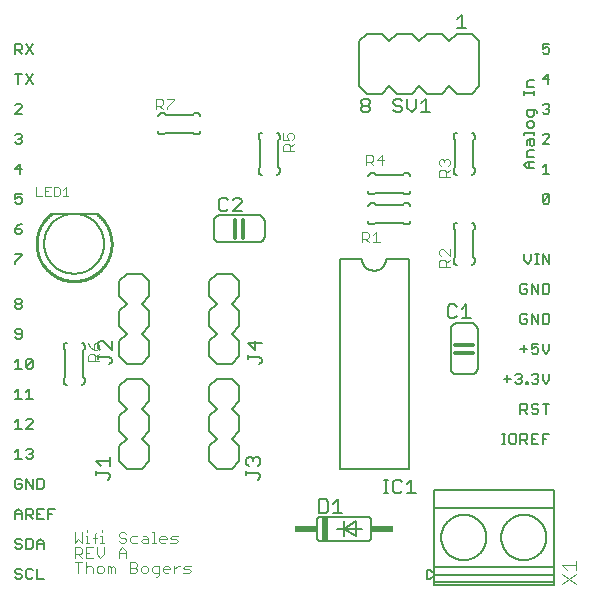
<source format=gto>
G75*
%MOIN*%
%OFA0B0*%
%FSLAX25Y25*%
%IPPOS*%
%LPD*%
%AMOC8*
5,1,8,0,0,1.08239X$1,22.5*
%
%ADD10C,0.00300*%
%ADD11C,0.00600*%
%ADD12C,0.00500*%
%ADD13C,0.00400*%
%ADD14C,0.00800*%
%ADD15R,0.02000X0.08000*%
%ADD16R,0.07500X0.02000*%
%ADD17C,0.01000*%
%ADD18C,0.01200*%
D10*
X0078980Y0102674D02*
X0078980Y0106377D01*
X0080214Y0106377D02*
X0077745Y0106377D01*
X0077745Y0107674D02*
X0077745Y0111377D01*
X0079597Y0111377D01*
X0080214Y0110760D01*
X0080214Y0109525D01*
X0079597Y0108908D01*
X0077745Y0108908D01*
X0078980Y0108908D02*
X0080214Y0107674D01*
X0081428Y0107674D02*
X0081428Y0111377D01*
X0083897Y0111377D01*
X0085111Y0111377D02*
X0085111Y0108908D01*
X0086346Y0107674D01*
X0087580Y0108908D01*
X0087580Y0111377D01*
X0087574Y0112674D02*
X0086339Y0112674D01*
X0086956Y0112674D02*
X0086956Y0115142D01*
X0086339Y0115142D01*
X0085118Y0114525D02*
X0083884Y0114525D01*
X0084501Y0115760D02*
X0085118Y0116377D01*
X0084501Y0115760D02*
X0084501Y0112674D01*
X0082663Y0112674D02*
X0081428Y0112674D01*
X0082045Y0112674D02*
X0082045Y0115142D01*
X0081428Y0115142D01*
X0082045Y0116377D02*
X0082045Y0116994D01*
X0080214Y0116377D02*
X0080214Y0112674D01*
X0078980Y0113908D01*
X0077745Y0112674D01*
X0077745Y0116377D01*
X0081428Y0109525D02*
X0082663Y0109525D01*
X0083897Y0107674D02*
X0081428Y0107674D01*
X0081428Y0106377D02*
X0081428Y0102674D01*
X0081428Y0104525D02*
X0082045Y0105142D01*
X0083280Y0105142D01*
X0083897Y0104525D01*
X0083897Y0102674D01*
X0085111Y0103291D02*
X0085729Y0102674D01*
X0086963Y0102674D01*
X0087580Y0103291D01*
X0087580Y0104525D01*
X0086963Y0105142D01*
X0085729Y0105142D01*
X0085111Y0104525D01*
X0085111Y0103291D01*
X0088795Y0102674D02*
X0088795Y0105142D01*
X0089412Y0105142D01*
X0090029Y0104525D01*
X0090646Y0105142D01*
X0091263Y0104525D01*
X0091263Y0102674D01*
X0090029Y0102674D02*
X0090029Y0104525D01*
X0092478Y0107674D02*
X0092478Y0110142D01*
X0093712Y0111377D01*
X0094946Y0110142D01*
X0094946Y0107674D01*
X0096161Y0106377D02*
X0098012Y0106377D01*
X0098630Y0105760D01*
X0098630Y0105142D01*
X0098012Y0104525D01*
X0096161Y0104525D01*
X0096161Y0102674D02*
X0096161Y0106377D01*
X0098012Y0104525D02*
X0098630Y0103908D01*
X0098630Y0103291D01*
X0098012Y0102674D01*
X0096161Y0102674D01*
X0099844Y0103291D02*
X0100461Y0102674D01*
X0101696Y0102674D01*
X0102313Y0103291D01*
X0102313Y0104525D01*
X0101696Y0105142D01*
X0100461Y0105142D01*
X0099844Y0104525D01*
X0099844Y0103291D01*
X0103527Y0103291D02*
X0103527Y0104525D01*
X0104144Y0105142D01*
X0105996Y0105142D01*
X0105996Y0102056D01*
X0105379Y0101439D01*
X0104762Y0101439D01*
X0104144Y0102674D02*
X0105996Y0102674D01*
X0107210Y0103291D02*
X0107210Y0104525D01*
X0107827Y0105142D01*
X0109062Y0105142D01*
X0109679Y0104525D01*
X0109679Y0103908D01*
X0107210Y0103908D01*
X0107210Y0103291D02*
X0107827Y0102674D01*
X0109062Y0102674D01*
X0110893Y0102674D02*
X0110893Y0105142D01*
X0110893Y0103908D02*
X0112128Y0105142D01*
X0112745Y0105142D01*
X0113963Y0104525D02*
X0114580Y0105142D01*
X0116431Y0105142D01*
X0115814Y0103908D02*
X0114580Y0103908D01*
X0113963Y0104525D01*
X0113963Y0102674D02*
X0115814Y0102674D01*
X0116431Y0103291D01*
X0115814Y0103908D01*
X0111517Y0112674D02*
X0112134Y0113291D01*
X0111517Y0113908D01*
X0110283Y0113908D01*
X0109666Y0114525D01*
X0110283Y0115142D01*
X0112134Y0115142D01*
X0111517Y0112674D02*
X0109666Y0112674D01*
X0108451Y0113908D02*
X0108451Y0114525D01*
X0107834Y0115142D01*
X0106600Y0115142D01*
X0105983Y0114525D01*
X0105983Y0113291D01*
X0106600Y0112674D01*
X0107834Y0112674D01*
X0108451Y0113908D02*
X0105983Y0113908D01*
X0104762Y0112674D02*
X0103527Y0112674D01*
X0104144Y0112674D02*
X0104144Y0116377D01*
X0103527Y0116377D01*
X0101696Y0115142D02*
X0102313Y0114525D01*
X0102313Y0112674D01*
X0100461Y0112674D01*
X0099844Y0113291D01*
X0100461Y0113908D01*
X0102313Y0113908D01*
X0101696Y0115142D02*
X0100461Y0115142D01*
X0098630Y0115142D02*
X0096778Y0115142D01*
X0096161Y0114525D01*
X0096161Y0113291D01*
X0096778Y0112674D01*
X0098630Y0112674D01*
X0094946Y0113291D02*
X0094329Y0112674D01*
X0093095Y0112674D01*
X0092478Y0113291D01*
X0093095Y0114525D02*
X0094329Y0114525D01*
X0094946Y0113908D01*
X0094946Y0113291D01*
X0093095Y0114525D02*
X0092478Y0115142D01*
X0092478Y0115760D01*
X0093095Y0116377D01*
X0094329Y0116377D01*
X0094946Y0115760D01*
X0094946Y0109525D02*
X0092478Y0109525D01*
X0086956Y0116377D02*
X0086956Y0116994D01*
X0103527Y0103291D02*
X0104144Y0102674D01*
X0075734Y0228474D02*
X0073799Y0228474D01*
X0074766Y0228474D02*
X0074766Y0231376D01*
X0073799Y0230409D01*
X0072787Y0230892D02*
X0072303Y0231376D01*
X0070852Y0231376D01*
X0070852Y0228474D01*
X0072303Y0228474D01*
X0072787Y0228957D01*
X0072787Y0230892D01*
X0069841Y0231376D02*
X0067906Y0231376D01*
X0067906Y0228474D01*
X0069841Y0228474D01*
X0068873Y0229925D02*
X0067906Y0229925D01*
X0066894Y0228474D02*
X0064959Y0228474D01*
X0064959Y0231376D01*
D11*
X0057895Y0101391D02*
X0058462Y0100824D01*
X0059597Y0100824D01*
X0060164Y0101391D01*
X0060164Y0101958D01*
X0059597Y0102525D01*
X0058462Y0102525D01*
X0057895Y0103092D01*
X0057895Y0103659D01*
X0058462Y0104227D01*
X0059597Y0104227D01*
X0060164Y0103659D01*
X0061578Y0103659D02*
X0062145Y0104227D01*
X0063280Y0104227D01*
X0063847Y0103659D01*
X0065261Y0104227D02*
X0065261Y0100824D01*
X0067530Y0100824D01*
X0063847Y0101391D02*
X0063280Y0100824D01*
X0062145Y0100824D01*
X0061578Y0101391D01*
X0061578Y0103659D01*
X0061578Y0110824D02*
X0063280Y0110824D01*
X0063847Y0111391D01*
X0063847Y0113659D01*
X0063280Y0114227D01*
X0061578Y0114227D01*
X0061578Y0110824D01*
X0060164Y0111391D02*
X0059597Y0110824D01*
X0058462Y0110824D01*
X0057895Y0111391D01*
X0058462Y0112525D02*
X0057895Y0113092D01*
X0057895Y0113659D01*
X0058462Y0114227D01*
X0059597Y0114227D01*
X0060164Y0113659D01*
X0059597Y0112525D02*
X0060164Y0111958D01*
X0060164Y0111391D01*
X0059597Y0112525D02*
X0058462Y0112525D01*
X0065261Y0112525D02*
X0067530Y0112525D01*
X0067530Y0113092D02*
X0067530Y0110824D01*
X0067530Y0113092D02*
X0066396Y0114227D01*
X0065261Y0113092D01*
X0065261Y0110824D01*
X0065261Y0120824D02*
X0067530Y0120824D01*
X0068945Y0120824D02*
X0068945Y0124227D01*
X0071213Y0124227D01*
X0070079Y0122525D02*
X0068945Y0122525D01*
X0067530Y0124227D02*
X0065261Y0124227D01*
X0065261Y0120824D01*
X0063847Y0120824D02*
X0062713Y0121958D01*
X0063280Y0121958D02*
X0061578Y0121958D01*
X0061578Y0120824D02*
X0061578Y0124227D01*
X0063280Y0124227D01*
X0063847Y0123659D01*
X0063847Y0122525D01*
X0063280Y0121958D01*
X0065261Y0122525D02*
X0066396Y0122525D01*
X0060164Y0122525D02*
X0057895Y0122525D01*
X0057895Y0123092D02*
X0059029Y0124227D01*
X0060164Y0123092D01*
X0060164Y0120824D01*
X0057895Y0120824D02*
X0057895Y0123092D01*
X0058462Y0130824D02*
X0057895Y0131391D01*
X0057895Y0133659D01*
X0058462Y0134227D01*
X0059597Y0134227D01*
X0060164Y0133659D01*
X0060164Y0132525D02*
X0059029Y0132525D01*
X0060164Y0132525D02*
X0060164Y0131391D01*
X0059597Y0130824D01*
X0058462Y0130824D01*
X0061578Y0130824D02*
X0061578Y0134227D01*
X0063847Y0130824D01*
X0063847Y0134227D01*
X0065261Y0134227D02*
X0066963Y0134227D01*
X0067530Y0133659D01*
X0067530Y0131391D01*
X0066963Y0130824D01*
X0065261Y0130824D01*
X0065261Y0134227D01*
X0063280Y0140824D02*
X0062145Y0140824D01*
X0061578Y0141391D01*
X0060164Y0140824D02*
X0057895Y0140824D01*
X0059029Y0140824D02*
X0059029Y0144227D01*
X0057895Y0143092D01*
X0061578Y0143659D02*
X0062145Y0144227D01*
X0063280Y0144227D01*
X0063847Y0143659D01*
X0063847Y0143092D01*
X0063280Y0142525D01*
X0063847Y0141958D01*
X0063847Y0141391D01*
X0063280Y0140824D01*
X0063280Y0142525D02*
X0062713Y0142525D01*
X0063847Y0150824D02*
X0061578Y0150824D01*
X0063847Y0153092D01*
X0063847Y0153659D01*
X0063280Y0154227D01*
X0062145Y0154227D01*
X0061578Y0153659D01*
X0059029Y0154227D02*
X0059029Y0150824D01*
X0057895Y0150824D02*
X0060164Y0150824D01*
X0057895Y0153092D02*
X0059029Y0154227D01*
X0059029Y0160824D02*
X0059029Y0164227D01*
X0057895Y0163092D01*
X0057895Y0160824D02*
X0060164Y0160824D01*
X0061578Y0160824D02*
X0063847Y0160824D01*
X0062713Y0160824D02*
X0062713Y0164227D01*
X0061578Y0163092D01*
X0062145Y0170824D02*
X0061578Y0171391D01*
X0063847Y0173659D01*
X0063847Y0171391D01*
X0063280Y0170824D01*
X0062145Y0170824D01*
X0061578Y0171391D02*
X0061578Y0173659D01*
X0062145Y0174227D01*
X0063280Y0174227D01*
X0063847Y0173659D01*
X0060164Y0170824D02*
X0057895Y0170824D01*
X0059029Y0170824D02*
X0059029Y0174227D01*
X0057895Y0173092D01*
X0058462Y0180824D02*
X0059597Y0180824D01*
X0060164Y0181391D01*
X0060164Y0183659D01*
X0059597Y0184227D01*
X0058462Y0184227D01*
X0057895Y0183659D01*
X0057895Y0183092D01*
X0058462Y0182525D01*
X0060164Y0182525D01*
X0058462Y0180824D02*
X0057895Y0181391D01*
X0058462Y0190824D02*
X0057895Y0191391D01*
X0057895Y0191958D01*
X0058462Y0192525D01*
X0059597Y0192525D01*
X0060164Y0191958D01*
X0060164Y0191391D01*
X0059597Y0190824D01*
X0058462Y0190824D01*
X0058462Y0192525D02*
X0057895Y0193092D01*
X0057895Y0193659D01*
X0058462Y0194227D01*
X0059597Y0194227D01*
X0060164Y0193659D01*
X0060164Y0193092D01*
X0059597Y0192525D01*
X0057895Y0205824D02*
X0057895Y0206391D01*
X0060164Y0208659D01*
X0060164Y0209227D01*
X0057895Y0209227D01*
X0058462Y0215824D02*
X0057895Y0216391D01*
X0057895Y0217525D01*
X0059597Y0217525D01*
X0060164Y0216958D01*
X0060164Y0216391D01*
X0059597Y0215824D01*
X0058462Y0215824D01*
X0057895Y0217525D02*
X0059029Y0218659D01*
X0060164Y0219227D01*
X0059597Y0225824D02*
X0058462Y0225824D01*
X0057895Y0226391D01*
X0057895Y0227525D02*
X0059029Y0228092D01*
X0059597Y0228092D01*
X0060164Y0227525D01*
X0060164Y0226391D01*
X0059597Y0225824D01*
X0057895Y0227525D02*
X0057895Y0229227D01*
X0060164Y0229227D01*
X0059597Y0235824D02*
X0059597Y0239227D01*
X0057895Y0237525D01*
X0060164Y0237525D01*
X0059597Y0245824D02*
X0058462Y0245824D01*
X0057895Y0246391D01*
X0059029Y0247525D02*
X0059597Y0247525D01*
X0060164Y0246958D01*
X0060164Y0246391D01*
X0059597Y0245824D01*
X0059597Y0247525D02*
X0060164Y0248092D01*
X0060164Y0248659D01*
X0059597Y0249227D01*
X0058462Y0249227D01*
X0057895Y0248659D01*
X0057895Y0255824D02*
X0060164Y0258092D01*
X0060164Y0258659D01*
X0059597Y0259227D01*
X0058462Y0259227D01*
X0057895Y0258659D01*
X0057895Y0255824D02*
X0060164Y0255824D01*
X0059029Y0265824D02*
X0059029Y0269227D01*
X0057895Y0269227D02*
X0060164Y0269227D01*
X0061578Y0269227D02*
X0063847Y0265824D01*
X0061578Y0265824D02*
X0063847Y0269227D01*
X0063847Y0275824D02*
X0061578Y0279227D01*
X0060164Y0278659D02*
X0060164Y0277525D01*
X0059597Y0276958D01*
X0057895Y0276958D01*
X0057895Y0275824D02*
X0057895Y0279227D01*
X0059597Y0279227D01*
X0060164Y0278659D01*
X0059029Y0276958D02*
X0060164Y0275824D01*
X0061578Y0275824D02*
X0063847Y0279227D01*
X0106595Y0256024D02*
X0107595Y0256024D01*
X0108095Y0255524D01*
X0117095Y0255524D01*
X0117595Y0256024D01*
X0118595Y0256024D01*
X0118655Y0256022D01*
X0118716Y0256017D01*
X0118775Y0256008D01*
X0118834Y0255995D01*
X0118893Y0255979D01*
X0118950Y0255959D01*
X0119005Y0255936D01*
X0119060Y0255909D01*
X0119112Y0255880D01*
X0119163Y0255847D01*
X0119212Y0255811D01*
X0119258Y0255773D01*
X0119302Y0255731D01*
X0119344Y0255687D01*
X0119382Y0255641D01*
X0119418Y0255592D01*
X0119451Y0255541D01*
X0119480Y0255489D01*
X0119507Y0255434D01*
X0119530Y0255379D01*
X0119550Y0255322D01*
X0119566Y0255263D01*
X0119579Y0255204D01*
X0119588Y0255145D01*
X0119593Y0255084D01*
X0119595Y0255024D01*
X0119595Y0250024D02*
X0119593Y0249964D01*
X0119588Y0249903D01*
X0119579Y0249844D01*
X0119566Y0249785D01*
X0119550Y0249726D01*
X0119530Y0249669D01*
X0119507Y0249614D01*
X0119480Y0249559D01*
X0119451Y0249507D01*
X0119418Y0249456D01*
X0119382Y0249407D01*
X0119344Y0249361D01*
X0119302Y0249317D01*
X0119258Y0249275D01*
X0119212Y0249237D01*
X0119163Y0249201D01*
X0119112Y0249168D01*
X0119060Y0249139D01*
X0119005Y0249112D01*
X0118950Y0249089D01*
X0118893Y0249069D01*
X0118834Y0249053D01*
X0118775Y0249040D01*
X0118716Y0249031D01*
X0118655Y0249026D01*
X0118595Y0249024D01*
X0117595Y0249024D01*
X0117095Y0249524D01*
X0108095Y0249524D01*
X0107595Y0249024D01*
X0106595Y0249024D01*
X0106535Y0249026D01*
X0106474Y0249031D01*
X0106415Y0249040D01*
X0106356Y0249053D01*
X0106297Y0249069D01*
X0106240Y0249089D01*
X0106185Y0249112D01*
X0106130Y0249139D01*
X0106078Y0249168D01*
X0106027Y0249201D01*
X0105978Y0249237D01*
X0105932Y0249275D01*
X0105888Y0249317D01*
X0105846Y0249361D01*
X0105808Y0249407D01*
X0105772Y0249456D01*
X0105739Y0249507D01*
X0105710Y0249559D01*
X0105683Y0249614D01*
X0105660Y0249669D01*
X0105640Y0249726D01*
X0105624Y0249785D01*
X0105611Y0249844D01*
X0105602Y0249903D01*
X0105597Y0249964D01*
X0105595Y0250024D01*
X0105595Y0255024D02*
X0105597Y0255084D01*
X0105602Y0255145D01*
X0105611Y0255204D01*
X0105624Y0255263D01*
X0105640Y0255322D01*
X0105660Y0255379D01*
X0105683Y0255434D01*
X0105710Y0255489D01*
X0105739Y0255541D01*
X0105772Y0255592D01*
X0105808Y0255641D01*
X0105846Y0255687D01*
X0105888Y0255731D01*
X0105932Y0255773D01*
X0105978Y0255811D01*
X0106027Y0255847D01*
X0106078Y0255880D01*
X0106130Y0255909D01*
X0106185Y0255936D01*
X0106240Y0255959D01*
X0106297Y0255979D01*
X0106356Y0255995D01*
X0106415Y0256008D01*
X0106474Y0256017D01*
X0106535Y0256022D01*
X0106595Y0256024D01*
X0126095Y0222024D02*
X0139095Y0222024D01*
X0139182Y0222022D01*
X0139269Y0222016D01*
X0139356Y0222007D01*
X0139442Y0221994D01*
X0139528Y0221977D01*
X0139613Y0221956D01*
X0139696Y0221931D01*
X0139779Y0221903D01*
X0139860Y0221872D01*
X0139940Y0221837D01*
X0140018Y0221798D01*
X0140095Y0221756D01*
X0140170Y0221711D01*
X0140242Y0221662D01*
X0140313Y0221611D01*
X0140381Y0221556D01*
X0140446Y0221499D01*
X0140509Y0221438D01*
X0140570Y0221375D01*
X0140627Y0221310D01*
X0140682Y0221242D01*
X0140733Y0221171D01*
X0140782Y0221099D01*
X0140827Y0221024D01*
X0140869Y0220947D01*
X0140908Y0220869D01*
X0140943Y0220789D01*
X0140974Y0220708D01*
X0141002Y0220625D01*
X0141027Y0220542D01*
X0141048Y0220457D01*
X0141065Y0220371D01*
X0141078Y0220285D01*
X0141087Y0220198D01*
X0141093Y0220111D01*
X0141095Y0220024D01*
X0141095Y0215024D01*
X0141093Y0214937D01*
X0141087Y0214850D01*
X0141078Y0214763D01*
X0141065Y0214677D01*
X0141048Y0214591D01*
X0141027Y0214506D01*
X0141002Y0214423D01*
X0140974Y0214340D01*
X0140943Y0214259D01*
X0140908Y0214179D01*
X0140869Y0214101D01*
X0140827Y0214024D01*
X0140782Y0213949D01*
X0140733Y0213877D01*
X0140682Y0213806D01*
X0140627Y0213738D01*
X0140570Y0213673D01*
X0140509Y0213610D01*
X0140446Y0213549D01*
X0140381Y0213492D01*
X0140313Y0213437D01*
X0140242Y0213386D01*
X0140170Y0213337D01*
X0140095Y0213292D01*
X0140018Y0213250D01*
X0139940Y0213211D01*
X0139860Y0213176D01*
X0139779Y0213145D01*
X0139696Y0213117D01*
X0139613Y0213092D01*
X0139528Y0213071D01*
X0139442Y0213054D01*
X0139356Y0213041D01*
X0139269Y0213032D01*
X0139182Y0213026D01*
X0139095Y0213024D01*
X0126095Y0213024D01*
X0126008Y0213026D01*
X0125921Y0213032D01*
X0125834Y0213041D01*
X0125748Y0213054D01*
X0125662Y0213071D01*
X0125577Y0213092D01*
X0125494Y0213117D01*
X0125411Y0213145D01*
X0125330Y0213176D01*
X0125250Y0213211D01*
X0125172Y0213250D01*
X0125095Y0213292D01*
X0125020Y0213337D01*
X0124948Y0213386D01*
X0124877Y0213437D01*
X0124809Y0213492D01*
X0124744Y0213549D01*
X0124681Y0213610D01*
X0124620Y0213673D01*
X0124563Y0213738D01*
X0124508Y0213806D01*
X0124457Y0213877D01*
X0124408Y0213949D01*
X0124363Y0214024D01*
X0124321Y0214101D01*
X0124282Y0214179D01*
X0124247Y0214259D01*
X0124216Y0214340D01*
X0124188Y0214423D01*
X0124163Y0214506D01*
X0124142Y0214591D01*
X0124125Y0214677D01*
X0124112Y0214763D01*
X0124103Y0214850D01*
X0124097Y0214937D01*
X0124095Y0215024D01*
X0124095Y0220024D01*
X0124097Y0220111D01*
X0124103Y0220198D01*
X0124112Y0220285D01*
X0124125Y0220371D01*
X0124142Y0220457D01*
X0124163Y0220542D01*
X0124188Y0220625D01*
X0124216Y0220708D01*
X0124247Y0220789D01*
X0124282Y0220869D01*
X0124321Y0220947D01*
X0124363Y0221024D01*
X0124408Y0221099D01*
X0124457Y0221171D01*
X0124508Y0221242D01*
X0124563Y0221310D01*
X0124620Y0221375D01*
X0124681Y0221438D01*
X0124744Y0221499D01*
X0124809Y0221556D01*
X0124877Y0221611D01*
X0124948Y0221662D01*
X0125020Y0221711D01*
X0125095Y0221756D01*
X0125172Y0221798D01*
X0125250Y0221837D01*
X0125330Y0221872D01*
X0125411Y0221903D01*
X0125494Y0221931D01*
X0125577Y0221956D01*
X0125662Y0221977D01*
X0125748Y0221994D01*
X0125834Y0222007D01*
X0125921Y0222016D01*
X0126008Y0222022D01*
X0126095Y0222024D01*
X0139095Y0236524D02*
X0139095Y0237524D01*
X0139595Y0238024D01*
X0139595Y0247024D01*
X0139095Y0247524D01*
X0139095Y0248524D01*
X0139097Y0248584D01*
X0139102Y0248645D01*
X0139111Y0248704D01*
X0139124Y0248763D01*
X0139140Y0248822D01*
X0139160Y0248879D01*
X0139183Y0248934D01*
X0139210Y0248989D01*
X0139239Y0249041D01*
X0139272Y0249092D01*
X0139308Y0249141D01*
X0139346Y0249187D01*
X0139388Y0249231D01*
X0139432Y0249273D01*
X0139478Y0249311D01*
X0139527Y0249347D01*
X0139578Y0249380D01*
X0139630Y0249409D01*
X0139685Y0249436D01*
X0139740Y0249459D01*
X0139797Y0249479D01*
X0139856Y0249495D01*
X0139915Y0249508D01*
X0139974Y0249517D01*
X0140035Y0249522D01*
X0140095Y0249524D01*
X0145095Y0249524D02*
X0145155Y0249522D01*
X0145216Y0249517D01*
X0145275Y0249508D01*
X0145334Y0249495D01*
X0145393Y0249479D01*
X0145450Y0249459D01*
X0145505Y0249436D01*
X0145560Y0249409D01*
X0145612Y0249380D01*
X0145663Y0249347D01*
X0145712Y0249311D01*
X0145758Y0249273D01*
X0145802Y0249231D01*
X0145844Y0249187D01*
X0145882Y0249141D01*
X0145918Y0249092D01*
X0145951Y0249041D01*
X0145980Y0248989D01*
X0146007Y0248934D01*
X0146030Y0248879D01*
X0146050Y0248822D01*
X0146066Y0248763D01*
X0146079Y0248704D01*
X0146088Y0248645D01*
X0146093Y0248584D01*
X0146095Y0248524D01*
X0146095Y0247524D01*
X0145595Y0247024D01*
X0145595Y0238024D01*
X0146095Y0237524D01*
X0146095Y0236524D01*
X0146093Y0236464D01*
X0146088Y0236403D01*
X0146079Y0236344D01*
X0146066Y0236285D01*
X0146050Y0236226D01*
X0146030Y0236169D01*
X0146007Y0236114D01*
X0145980Y0236059D01*
X0145951Y0236007D01*
X0145918Y0235956D01*
X0145882Y0235907D01*
X0145844Y0235861D01*
X0145802Y0235817D01*
X0145758Y0235775D01*
X0145712Y0235737D01*
X0145663Y0235701D01*
X0145612Y0235668D01*
X0145560Y0235639D01*
X0145505Y0235612D01*
X0145450Y0235589D01*
X0145393Y0235569D01*
X0145334Y0235553D01*
X0145275Y0235540D01*
X0145216Y0235531D01*
X0145155Y0235526D01*
X0145095Y0235524D01*
X0140095Y0235524D02*
X0140035Y0235526D01*
X0139974Y0235531D01*
X0139915Y0235540D01*
X0139856Y0235553D01*
X0139797Y0235569D01*
X0139740Y0235589D01*
X0139685Y0235612D01*
X0139630Y0235639D01*
X0139578Y0235668D01*
X0139527Y0235701D01*
X0139478Y0235737D01*
X0139432Y0235775D01*
X0139388Y0235817D01*
X0139346Y0235861D01*
X0139308Y0235907D01*
X0139272Y0235956D01*
X0139239Y0236007D01*
X0139210Y0236059D01*
X0139183Y0236114D01*
X0139160Y0236169D01*
X0139140Y0236226D01*
X0139124Y0236285D01*
X0139111Y0236344D01*
X0139102Y0236403D01*
X0139097Y0236464D01*
X0139095Y0236524D01*
X0166095Y0207524D02*
X0173595Y0207524D01*
X0173597Y0207398D01*
X0173603Y0207273D01*
X0173613Y0207148D01*
X0173627Y0207023D01*
X0173644Y0206898D01*
X0173666Y0206774D01*
X0173691Y0206651D01*
X0173721Y0206529D01*
X0173754Y0206408D01*
X0173791Y0206288D01*
X0173831Y0206169D01*
X0173876Y0206052D01*
X0173924Y0205935D01*
X0173976Y0205821D01*
X0174031Y0205708D01*
X0174090Y0205597D01*
X0174152Y0205488D01*
X0174218Y0205381D01*
X0174287Y0205276D01*
X0174359Y0205173D01*
X0174434Y0205072D01*
X0174513Y0204974D01*
X0174595Y0204879D01*
X0174679Y0204786D01*
X0174767Y0204696D01*
X0174857Y0204608D01*
X0174950Y0204524D01*
X0175045Y0204442D01*
X0175143Y0204363D01*
X0175244Y0204288D01*
X0175347Y0204216D01*
X0175452Y0204147D01*
X0175559Y0204081D01*
X0175668Y0204019D01*
X0175779Y0203960D01*
X0175892Y0203905D01*
X0176006Y0203853D01*
X0176123Y0203805D01*
X0176240Y0203760D01*
X0176359Y0203720D01*
X0176479Y0203683D01*
X0176600Y0203650D01*
X0176722Y0203620D01*
X0176845Y0203595D01*
X0176969Y0203573D01*
X0177094Y0203556D01*
X0177219Y0203542D01*
X0177344Y0203532D01*
X0177469Y0203526D01*
X0177595Y0203524D01*
X0177721Y0203526D01*
X0177846Y0203532D01*
X0177971Y0203542D01*
X0178096Y0203556D01*
X0178221Y0203573D01*
X0178345Y0203595D01*
X0178468Y0203620D01*
X0178590Y0203650D01*
X0178711Y0203683D01*
X0178831Y0203720D01*
X0178950Y0203760D01*
X0179067Y0203805D01*
X0179184Y0203853D01*
X0179298Y0203905D01*
X0179411Y0203960D01*
X0179522Y0204019D01*
X0179631Y0204081D01*
X0179738Y0204147D01*
X0179843Y0204216D01*
X0179946Y0204288D01*
X0180047Y0204363D01*
X0180145Y0204442D01*
X0180240Y0204524D01*
X0180333Y0204608D01*
X0180423Y0204696D01*
X0180511Y0204786D01*
X0180595Y0204879D01*
X0180677Y0204974D01*
X0180756Y0205072D01*
X0180831Y0205173D01*
X0180903Y0205276D01*
X0180972Y0205381D01*
X0181038Y0205488D01*
X0181100Y0205597D01*
X0181159Y0205708D01*
X0181214Y0205821D01*
X0181266Y0205935D01*
X0181314Y0206052D01*
X0181359Y0206169D01*
X0181399Y0206288D01*
X0181436Y0206408D01*
X0181469Y0206529D01*
X0181499Y0206651D01*
X0181524Y0206774D01*
X0181546Y0206898D01*
X0181563Y0207023D01*
X0181577Y0207148D01*
X0181587Y0207273D01*
X0181593Y0207398D01*
X0181595Y0207524D01*
X0189095Y0207524D01*
X0189095Y0137524D01*
X0166095Y0137524D01*
X0166095Y0207524D01*
X0176595Y0219024D02*
X0177595Y0219024D01*
X0178095Y0219524D01*
X0187095Y0219524D01*
X0187595Y0219024D01*
X0188595Y0219024D01*
X0188655Y0219026D01*
X0188716Y0219031D01*
X0188775Y0219040D01*
X0188834Y0219053D01*
X0188893Y0219069D01*
X0188950Y0219089D01*
X0189005Y0219112D01*
X0189060Y0219139D01*
X0189112Y0219168D01*
X0189163Y0219201D01*
X0189212Y0219237D01*
X0189258Y0219275D01*
X0189302Y0219317D01*
X0189344Y0219361D01*
X0189382Y0219407D01*
X0189418Y0219456D01*
X0189451Y0219507D01*
X0189480Y0219559D01*
X0189507Y0219614D01*
X0189530Y0219669D01*
X0189550Y0219726D01*
X0189566Y0219785D01*
X0189579Y0219844D01*
X0189588Y0219903D01*
X0189593Y0219964D01*
X0189595Y0220024D01*
X0189595Y0225024D02*
X0189593Y0225084D01*
X0189588Y0225145D01*
X0189579Y0225204D01*
X0189566Y0225263D01*
X0189550Y0225322D01*
X0189530Y0225379D01*
X0189507Y0225434D01*
X0189480Y0225489D01*
X0189451Y0225541D01*
X0189418Y0225592D01*
X0189382Y0225641D01*
X0189344Y0225687D01*
X0189302Y0225731D01*
X0189258Y0225773D01*
X0189212Y0225811D01*
X0189163Y0225847D01*
X0189112Y0225880D01*
X0189060Y0225909D01*
X0189005Y0225936D01*
X0188950Y0225959D01*
X0188893Y0225979D01*
X0188834Y0225995D01*
X0188775Y0226008D01*
X0188716Y0226017D01*
X0188655Y0226022D01*
X0188595Y0226024D01*
X0187595Y0226024D01*
X0187095Y0225524D01*
X0178095Y0225524D01*
X0177595Y0226024D01*
X0176595Y0226024D01*
X0176535Y0226022D01*
X0176474Y0226017D01*
X0176415Y0226008D01*
X0176356Y0225995D01*
X0176297Y0225979D01*
X0176240Y0225959D01*
X0176185Y0225936D01*
X0176130Y0225909D01*
X0176078Y0225880D01*
X0176027Y0225847D01*
X0175978Y0225811D01*
X0175932Y0225773D01*
X0175888Y0225731D01*
X0175846Y0225687D01*
X0175808Y0225641D01*
X0175772Y0225592D01*
X0175739Y0225541D01*
X0175710Y0225489D01*
X0175683Y0225434D01*
X0175660Y0225379D01*
X0175640Y0225322D01*
X0175624Y0225263D01*
X0175611Y0225204D01*
X0175602Y0225145D01*
X0175597Y0225084D01*
X0175595Y0225024D01*
X0176595Y0229024D02*
X0177595Y0229024D01*
X0178095Y0229524D01*
X0187095Y0229524D01*
X0187595Y0229024D01*
X0188595Y0229024D01*
X0188655Y0229026D01*
X0188716Y0229031D01*
X0188775Y0229040D01*
X0188834Y0229053D01*
X0188893Y0229069D01*
X0188950Y0229089D01*
X0189005Y0229112D01*
X0189060Y0229139D01*
X0189112Y0229168D01*
X0189163Y0229201D01*
X0189212Y0229237D01*
X0189258Y0229275D01*
X0189302Y0229317D01*
X0189344Y0229361D01*
X0189382Y0229407D01*
X0189418Y0229456D01*
X0189451Y0229507D01*
X0189480Y0229559D01*
X0189507Y0229614D01*
X0189530Y0229669D01*
X0189550Y0229726D01*
X0189566Y0229785D01*
X0189579Y0229844D01*
X0189588Y0229903D01*
X0189593Y0229964D01*
X0189595Y0230024D01*
X0189595Y0235024D02*
X0189593Y0235084D01*
X0189588Y0235145D01*
X0189579Y0235204D01*
X0189566Y0235263D01*
X0189550Y0235322D01*
X0189530Y0235379D01*
X0189507Y0235434D01*
X0189480Y0235489D01*
X0189451Y0235541D01*
X0189418Y0235592D01*
X0189382Y0235641D01*
X0189344Y0235687D01*
X0189302Y0235731D01*
X0189258Y0235773D01*
X0189212Y0235811D01*
X0189163Y0235847D01*
X0189112Y0235880D01*
X0189060Y0235909D01*
X0189005Y0235936D01*
X0188950Y0235959D01*
X0188893Y0235979D01*
X0188834Y0235995D01*
X0188775Y0236008D01*
X0188716Y0236017D01*
X0188655Y0236022D01*
X0188595Y0236024D01*
X0187595Y0236024D01*
X0187095Y0235524D01*
X0178095Y0235524D01*
X0177595Y0236024D01*
X0176595Y0236024D01*
X0176535Y0236022D01*
X0176474Y0236017D01*
X0176415Y0236008D01*
X0176356Y0235995D01*
X0176297Y0235979D01*
X0176240Y0235959D01*
X0176185Y0235936D01*
X0176130Y0235909D01*
X0176078Y0235880D01*
X0176027Y0235847D01*
X0175978Y0235811D01*
X0175932Y0235773D01*
X0175888Y0235731D01*
X0175846Y0235687D01*
X0175808Y0235641D01*
X0175772Y0235592D01*
X0175739Y0235541D01*
X0175710Y0235489D01*
X0175683Y0235434D01*
X0175660Y0235379D01*
X0175640Y0235322D01*
X0175624Y0235263D01*
X0175611Y0235204D01*
X0175602Y0235145D01*
X0175597Y0235084D01*
X0175595Y0235024D01*
X0175595Y0230024D02*
X0175597Y0229964D01*
X0175602Y0229903D01*
X0175611Y0229844D01*
X0175624Y0229785D01*
X0175640Y0229726D01*
X0175660Y0229669D01*
X0175683Y0229614D01*
X0175710Y0229559D01*
X0175739Y0229507D01*
X0175772Y0229456D01*
X0175808Y0229407D01*
X0175846Y0229361D01*
X0175888Y0229317D01*
X0175932Y0229275D01*
X0175978Y0229237D01*
X0176027Y0229201D01*
X0176078Y0229168D01*
X0176130Y0229139D01*
X0176185Y0229112D01*
X0176240Y0229089D01*
X0176297Y0229069D01*
X0176356Y0229053D01*
X0176415Y0229040D01*
X0176474Y0229031D01*
X0176535Y0229026D01*
X0176595Y0229024D01*
X0175595Y0220024D02*
X0175597Y0219964D01*
X0175602Y0219903D01*
X0175611Y0219844D01*
X0175624Y0219785D01*
X0175640Y0219726D01*
X0175660Y0219669D01*
X0175683Y0219614D01*
X0175710Y0219559D01*
X0175739Y0219507D01*
X0175772Y0219456D01*
X0175808Y0219407D01*
X0175846Y0219361D01*
X0175888Y0219317D01*
X0175932Y0219275D01*
X0175978Y0219237D01*
X0176027Y0219201D01*
X0176078Y0219168D01*
X0176130Y0219139D01*
X0176185Y0219112D01*
X0176240Y0219089D01*
X0176297Y0219069D01*
X0176356Y0219053D01*
X0176415Y0219040D01*
X0176474Y0219031D01*
X0176535Y0219026D01*
X0176595Y0219024D01*
X0204095Y0218524D02*
X0204095Y0217524D01*
X0204595Y0217024D01*
X0204595Y0208024D01*
X0204095Y0207524D01*
X0204095Y0206524D01*
X0204097Y0206464D01*
X0204102Y0206403D01*
X0204111Y0206344D01*
X0204124Y0206285D01*
X0204140Y0206226D01*
X0204160Y0206169D01*
X0204183Y0206114D01*
X0204210Y0206059D01*
X0204239Y0206007D01*
X0204272Y0205956D01*
X0204308Y0205907D01*
X0204346Y0205861D01*
X0204388Y0205817D01*
X0204432Y0205775D01*
X0204478Y0205737D01*
X0204527Y0205701D01*
X0204578Y0205668D01*
X0204630Y0205639D01*
X0204685Y0205612D01*
X0204740Y0205589D01*
X0204797Y0205569D01*
X0204856Y0205553D01*
X0204915Y0205540D01*
X0204974Y0205531D01*
X0205035Y0205526D01*
X0205095Y0205524D01*
X0210095Y0205524D02*
X0210155Y0205526D01*
X0210216Y0205531D01*
X0210275Y0205540D01*
X0210334Y0205553D01*
X0210393Y0205569D01*
X0210450Y0205589D01*
X0210505Y0205612D01*
X0210560Y0205639D01*
X0210612Y0205668D01*
X0210663Y0205701D01*
X0210712Y0205737D01*
X0210758Y0205775D01*
X0210802Y0205817D01*
X0210844Y0205861D01*
X0210882Y0205907D01*
X0210918Y0205956D01*
X0210951Y0206007D01*
X0210980Y0206059D01*
X0211007Y0206114D01*
X0211030Y0206169D01*
X0211050Y0206226D01*
X0211066Y0206285D01*
X0211079Y0206344D01*
X0211088Y0206403D01*
X0211093Y0206464D01*
X0211095Y0206524D01*
X0211095Y0207524D01*
X0210595Y0208024D01*
X0210595Y0217024D01*
X0211095Y0217524D01*
X0211095Y0218524D01*
X0211093Y0218584D01*
X0211088Y0218645D01*
X0211079Y0218704D01*
X0211066Y0218763D01*
X0211050Y0218822D01*
X0211030Y0218879D01*
X0211007Y0218934D01*
X0210980Y0218989D01*
X0210951Y0219041D01*
X0210918Y0219092D01*
X0210882Y0219141D01*
X0210844Y0219187D01*
X0210802Y0219231D01*
X0210758Y0219273D01*
X0210712Y0219311D01*
X0210663Y0219347D01*
X0210612Y0219380D01*
X0210560Y0219409D01*
X0210505Y0219436D01*
X0210450Y0219459D01*
X0210393Y0219479D01*
X0210334Y0219495D01*
X0210275Y0219508D01*
X0210216Y0219517D01*
X0210155Y0219522D01*
X0210095Y0219524D01*
X0205095Y0219524D02*
X0205035Y0219522D01*
X0204974Y0219517D01*
X0204915Y0219508D01*
X0204856Y0219495D01*
X0204797Y0219479D01*
X0204740Y0219459D01*
X0204685Y0219436D01*
X0204630Y0219409D01*
X0204578Y0219380D01*
X0204527Y0219347D01*
X0204478Y0219311D01*
X0204432Y0219273D01*
X0204388Y0219231D01*
X0204346Y0219187D01*
X0204308Y0219141D01*
X0204272Y0219092D01*
X0204239Y0219041D01*
X0204210Y0218989D01*
X0204183Y0218934D01*
X0204160Y0218879D01*
X0204140Y0218822D01*
X0204124Y0218763D01*
X0204111Y0218704D01*
X0204102Y0218645D01*
X0204097Y0218584D01*
X0204095Y0218524D01*
X0204095Y0236524D02*
X0204095Y0237524D01*
X0204595Y0238024D01*
X0204595Y0247024D01*
X0204095Y0247524D01*
X0204095Y0248524D01*
X0204097Y0248584D01*
X0204102Y0248645D01*
X0204111Y0248704D01*
X0204124Y0248763D01*
X0204140Y0248822D01*
X0204160Y0248879D01*
X0204183Y0248934D01*
X0204210Y0248989D01*
X0204239Y0249041D01*
X0204272Y0249092D01*
X0204308Y0249141D01*
X0204346Y0249187D01*
X0204388Y0249231D01*
X0204432Y0249273D01*
X0204478Y0249311D01*
X0204527Y0249347D01*
X0204578Y0249380D01*
X0204630Y0249409D01*
X0204685Y0249436D01*
X0204740Y0249459D01*
X0204797Y0249479D01*
X0204856Y0249495D01*
X0204915Y0249508D01*
X0204974Y0249517D01*
X0205035Y0249522D01*
X0205095Y0249524D01*
X0210095Y0249524D02*
X0210155Y0249522D01*
X0210216Y0249517D01*
X0210275Y0249508D01*
X0210334Y0249495D01*
X0210393Y0249479D01*
X0210450Y0249459D01*
X0210505Y0249436D01*
X0210560Y0249409D01*
X0210612Y0249380D01*
X0210663Y0249347D01*
X0210712Y0249311D01*
X0210758Y0249273D01*
X0210802Y0249231D01*
X0210844Y0249187D01*
X0210882Y0249141D01*
X0210918Y0249092D01*
X0210951Y0249041D01*
X0210980Y0248989D01*
X0211007Y0248934D01*
X0211030Y0248879D01*
X0211050Y0248822D01*
X0211066Y0248763D01*
X0211079Y0248704D01*
X0211088Y0248645D01*
X0211093Y0248584D01*
X0211095Y0248524D01*
X0211095Y0247524D01*
X0210595Y0247024D01*
X0210595Y0238024D01*
X0211095Y0237524D01*
X0211095Y0236524D01*
X0211093Y0236464D01*
X0211088Y0236403D01*
X0211079Y0236344D01*
X0211066Y0236285D01*
X0211050Y0236226D01*
X0211030Y0236169D01*
X0211007Y0236114D01*
X0210980Y0236059D01*
X0210951Y0236007D01*
X0210918Y0235956D01*
X0210882Y0235907D01*
X0210844Y0235861D01*
X0210802Y0235817D01*
X0210758Y0235775D01*
X0210712Y0235737D01*
X0210663Y0235701D01*
X0210612Y0235668D01*
X0210560Y0235639D01*
X0210505Y0235612D01*
X0210450Y0235589D01*
X0210393Y0235569D01*
X0210334Y0235553D01*
X0210275Y0235540D01*
X0210216Y0235531D01*
X0210155Y0235526D01*
X0210095Y0235524D01*
X0205095Y0235524D02*
X0205035Y0235526D01*
X0204974Y0235531D01*
X0204915Y0235540D01*
X0204856Y0235553D01*
X0204797Y0235569D01*
X0204740Y0235589D01*
X0204685Y0235612D01*
X0204630Y0235639D01*
X0204578Y0235668D01*
X0204527Y0235701D01*
X0204478Y0235737D01*
X0204432Y0235775D01*
X0204388Y0235817D01*
X0204346Y0235861D01*
X0204308Y0235907D01*
X0204272Y0235956D01*
X0204239Y0236007D01*
X0204210Y0236059D01*
X0204183Y0236114D01*
X0204160Y0236169D01*
X0204140Y0236226D01*
X0204124Y0236285D01*
X0204111Y0236344D01*
X0204102Y0236403D01*
X0204097Y0236464D01*
X0204095Y0236524D01*
X0205095Y0262524D02*
X0202595Y0265024D01*
X0200095Y0262524D01*
X0195095Y0262524D01*
X0192595Y0265024D01*
X0190095Y0262524D01*
X0185095Y0262524D01*
X0182595Y0265024D01*
X0180095Y0262524D01*
X0175095Y0262524D01*
X0172595Y0265024D01*
X0172595Y0280024D01*
X0175095Y0282524D01*
X0180095Y0282524D01*
X0182595Y0280024D01*
X0185095Y0282524D01*
X0190095Y0282524D01*
X0192595Y0280024D01*
X0195095Y0282524D01*
X0200095Y0282524D01*
X0202595Y0280024D01*
X0205095Y0282524D01*
X0210095Y0282524D01*
X0212595Y0280024D01*
X0212595Y0265024D01*
X0210095Y0262524D01*
X0205095Y0262524D01*
X0227442Y0262752D02*
X0230845Y0262752D01*
X0230845Y0262185D02*
X0230845Y0263319D01*
X0230845Y0264640D02*
X0228577Y0264640D01*
X0228577Y0266342D01*
X0229144Y0266909D01*
X0230845Y0266909D01*
X0233762Y0267525D02*
X0236031Y0267525D01*
X0235463Y0265824D02*
X0235463Y0269227D01*
X0233762Y0267525D01*
X0227442Y0263319D02*
X0227442Y0262185D01*
X0228577Y0257087D02*
X0228577Y0255386D01*
X0229144Y0254819D01*
X0230278Y0254819D01*
X0230845Y0255386D01*
X0230845Y0257087D01*
X0231412Y0257087D02*
X0228577Y0257087D01*
X0229144Y0253404D02*
X0228577Y0252837D01*
X0228577Y0251703D01*
X0229144Y0251136D01*
X0230278Y0251136D01*
X0230845Y0251703D01*
X0230845Y0252837D01*
X0230278Y0253404D01*
X0229144Y0253404D01*
X0231979Y0255953D02*
X0231979Y0256520D01*
X0231412Y0257087D01*
X0233762Y0256391D02*
X0234329Y0255824D01*
X0235463Y0255824D01*
X0236031Y0256391D01*
X0236031Y0256958D01*
X0235463Y0257525D01*
X0234896Y0257525D01*
X0235463Y0257525D02*
X0236031Y0258092D01*
X0236031Y0258659D01*
X0235463Y0259227D01*
X0234329Y0259227D01*
X0233762Y0258659D01*
X0230845Y0249814D02*
X0230845Y0248680D01*
X0230845Y0249247D02*
X0227442Y0249247D01*
X0227442Y0248680D01*
X0229144Y0247266D02*
X0228577Y0246698D01*
X0228577Y0245564D01*
X0229711Y0245564D02*
X0229711Y0247266D01*
X0229144Y0247266D02*
X0230845Y0247266D01*
X0230845Y0245564D01*
X0230278Y0244997D01*
X0229711Y0245564D01*
X0229144Y0243582D02*
X0228577Y0243015D01*
X0228577Y0241314D01*
X0230845Y0241314D01*
X0230845Y0239899D02*
X0228577Y0239899D01*
X0227442Y0238765D01*
X0228577Y0237631D01*
X0230845Y0237631D01*
X0229144Y0237631D02*
X0229144Y0239899D01*
X0229144Y0243582D02*
X0230845Y0243582D01*
X0233762Y0245824D02*
X0236031Y0248092D01*
X0236031Y0248659D01*
X0235463Y0249227D01*
X0234329Y0249227D01*
X0233762Y0248659D01*
X0233762Y0245824D02*
X0236031Y0245824D01*
X0234896Y0239227D02*
X0233762Y0238092D01*
X0234896Y0239227D02*
X0234896Y0235824D01*
X0233762Y0235824D02*
X0236031Y0235824D01*
X0235463Y0229227D02*
X0236031Y0228659D01*
X0233762Y0226391D01*
X0234329Y0225824D01*
X0235463Y0225824D01*
X0236031Y0226391D01*
X0236031Y0228659D01*
X0235463Y0229227D02*
X0234329Y0229227D01*
X0233762Y0228659D01*
X0233762Y0226391D01*
X0233762Y0209227D02*
X0236031Y0205824D01*
X0236031Y0209227D01*
X0233762Y0209227D02*
X0233762Y0205824D01*
X0232441Y0205824D02*
X0231307Y0205824D01*
X0231874Y0205824D02*
X0231874Y0209227D01*
X0231307Y0209227D02*
X0232441Y0209227D01*
X0229892Y0209227D02*
X0229892Y0206958D01*
X0228758Y0205824D01*
X0227623Y0206958D01*
X0227623Y0209227D01*
X0228097Y0199227D02*
X0226963Y0199227D01*
X0226396Y0198659D01*
X0226396Y0196391D01*
X0226963Y0195824D01*
X0228097Y0195824D01*
X0228664Y0196391D01*
X0228664Y0197525D01*
X0227530Y0197525D01*
X0228664Y0198659D02*
X0228097Y0199227D01*
X0230079Y0199227D02*
X0230079Y0195824D01*
X0232347Y0195824D02*
X0230079Y0199227D01*
X0232347Y0199227D02*
X0232347Y0195824D01*
X0233762Y0195824D02*
X0235463Y0195824D01*
X0236031Y0196391D01*
X0236031Y0198659D01*
X0235463Y0199227D01*
X0233762Y0199227D01*
X0233762Y0195824D01*
X0233762Y0189227D02*
X0235463Y0189227D01*
X0236031Y0188659D01*
X0236031Y0186391D01*
X0235463Y0185824D01*
X0233762Y0185824D01*
X0233762Y0189227D01*
X0232347Y0189227D02*
X0232347Y0185824D01*
X0230079Y0189227D01*
X0230079Y0185824D01*
X0228664Y0186391D02*
X0228664Y0187525D01*
X0227530Y0187525D01*
X0226396Y0186391D02*
X0226963Y0185824D01*
X0228097Y0185824D01*
X0228664Y0186391D01*
X0226396Y0186391D02*
X0226396Y0188659D01*
X0226963Y0189227D01*
X0228097Y0189227D01*
X0228664Y0188659D01*
X0230079Y0179227D02*
X0230079Y0177525D01*
X0231213Y0178092D01*
X0231780Y0178092D01*
X0232347Y0177525D01*
X0232347Y0176391D01*
X0231780Y0175824D01*
X0230646Y0175824D01*
X0230079Y0176391D01*
X0228664Y0177525D02*
X0226396Y0177525D01*
X0227530Y0178659D02*
X0227530Y0176391D01*
X0230079Y0179227D02*
X0232347Y0179227D01*
X0233762Y0179227D02*
X0233762Y0176958D01*
X0234896Y0175824D01*
X0236031Y0176958D01*
X0236031Y0179227D01*
X0236031Y0169227D02*
X0236031Y0166958D01*
X0234896Y0165824D01*
X0233762Y0166958D01*
X0233762Y0169227D01*
X0232347Y0168659D02*
X0232347Y0168092D01*
X0231780Y0167525D01*
X0232347Y0166958D01*
X0232347Y0166391D01*
X0231780Y0165824D01*
X0230646Y0165824D01*
X0230079Y0166391D01*
X0228804Y0166391D02*
X0228804Y0165824D01*
X0228237Y0165824D01*
X0228237Y0166391D01*
X0228804Y0166391D01*
X0226823Y0166391D02*
X0226256Y0165824D01*
X0225121Y0165824D01*
X0224554Y0166391D01*
X0225688Y0167525D02*
X0226256Y0167525D01*
X0226823Y0166958D01*
X0226823Y0166391D01*
X0226256Y0167525D02*
X0226823Y0168092D01*
X0226823Y0168659D01*
X0226256Y0169227D01*
X0225121Y0169227D01*
X0224554Y0168659D01*
X0223140Y0167525D02*
X0220871Y0167525D01*
X0222005Y0168659D02*
X0222005Y0166391D01*
X0226396Y0159227D02*
X0228097Y0159227D01*
X0228664Y0158659D01*
X0228664Y0157525D01*
X0228097Y0156958D01*
X0226396Y0156958D01*
X0227530Y0156958D02*
X0228664Y0155824D01*
X0230079Y0156391D02*
X0230646Y0155824D01*
X0231780Y0155824D01*
X0232347Y0156391D01*
X0232347Y0156958D01*
X0231780Y0157525D01*
X0230646Y0157525D01*
X0230079Y0158092D01*
X0230079Y0158659D01*
X0230646Y0159227D01*
X0231780Y0159227D01*
X0232347Y0158659D01*
X0233762Y0159227D02*
X0236031Y0159227D01*
X0234896Y0159227D02*
X0234896Y0155824D01*
X0233762Y0149227D02*
X0236031Y0149227D01*
X0234896Y0147525D02*
X0233762Y0147525D01*
X0233762Y0145824D02*
X0233762Y0149227D01*
X0232347Y0149227D02*
X0230079Y0149227D01*
X0230079Y0145824D01*
X0232347Y0145824D01*
X0231213Y0147525D02*
X0230079Y0147525D01*
X0228664Y0147525D02*
X0228097Y0146958D01*
X0226396Y0146958D01*
X0227530Y0146958D02*
X0228664Y0145824D01*
X0228664Y0147525D02*
X0228664Y0148659D01*
X0228097Y0149227D01*
X0226396Y0149227D01*
X0226396Y0145824D01*
X0224981Y0146391D02*
X0224981Y0148659D01*
X0224414Y0149227D01*
X0223280Y0149227D01*
X0222713Y0148659D01*
X0222713Y0146391D01*
X0223280Y0145824D01*
X0224414Y0145824D01*
X0224981Y0146391D01*
X0221391Y0145824D02*
X0220257Y0145824D01*
X0220824Y0145824D02*
X0220824Y0149227D01*
X0220257Y0149227D02*
X0221391Y0149227D01*
X0226396Y0155824D02*
X0226396Y0159227D01*
X0231213Y0167525D02*
X0231780Y0167525D01*
X0232347Y0168659D02*
X0231780Y0169227D01*
X0230646Y0169227D01*
X0230079Y0168659D01*
X0212095Y0171024D02*
X0212095Y0184024D01*
X0212093Y0184111D01*
X0212087Y0184198D01*
X0212078Y0184285D01*
X0212065Y0184371D01*
X0212048Y0184457D01*
X0212027Y0184542D01*
X0212002Y0184625D01*
X0211974Y0184708D01*
X0211943Y0184789D01*
X0211908Y0184869D01*
X0211869Y0184947D01*
X0211827Y0185024D01*
X0211782Y0185099D01*
X0211733Y0185171D01*
X0211682Y0185242D01*
X0211627Y0185310D01*
X0211570Y0185375D01*
X0211509Y0185438D01*
X0211446Y0185499D01*
X0211381Y0185556D01*
X0211313Y0185611D01*
X0211242Y0185662D01*
X0211170Y0185711D01*
X0211095Y0185756D01*
X0211018Y0185798D01*
X0210940Y0185837D01*
X0210860Y0185872D01*
X0210779Y0185903D01*
X0210696Y0185931D01*
X0210613Y0185956D01*
X0210528Y0185977D01*
X0210442Y0185994D01*
X0210356Y0186007D01*
X0210269Y0186016D01*
X0210182Y0186022D01*
X0210095Y0186024D01*
X0205095Y0186024D01*
X0205008Y0186022D01*
X0204921Y0186016D01*
X0204834Y0186007D01*
X0204748Y0185994D01*
X0204662Y0185977D01*
X0204577Y0185956D01*
X0204494Y0185931D01*
X0204411Y0185903D01*
X0204330Y0185872D01*
X0204250Y0185837D01*
X0204172Y0185798D01*
X0204095Y0185756D01*
X0204020Y0185711D01*
X0203948Y0185662D01*
X0203877Y0185611D01*
X0203809Y0185556D01*
X0203744Y0185499D01*
X0203681Y0185438D01*
X0203620Y0185375D01*
X0203563Y0185310D01*
X0203508Y0185242D01*
X0203457Y0185171D01*
X0203408Y0185099D01*
X0203363Y0185024D01*
X0203321Y0184947D01*
X0203282Y0184869D01*
X0203247Y0184789D01*
X0203216Y0184708D01*
X0203188Y0184625D01*
X0203163Y0184542D01*
X0203142Y0184457D01*
X0203125Y0184371D01*
X0203112Y0184285D01*
X0203103Y0184198D01*
X0203097Y0184111D01*
X0203095Y0184024D01*
X0203095Y0171024D01*
X0203097Y0170937D01*
X0203103Y0170850D01*
X0203112Y0170763D01*
X0203125Y0170677D01*
X0203142Y0170591D01*
X0203163Y0170506D01*
X0203188Y0170423D01*
X0203216Y0170340D01*
X0203247Y0170259D01*
X0203282Y0170179D01*
X0203321Y0170101D01*
X0203363Y0170024D01*
X0203408Y0169949D01*
X0203457Y0169877D01*
X0203508Y0169806D01*
X0203563Y0169738D01*
X0203620Y0169673D01*
X0203681Y0169610D01*
X0203744Y0169549D01*
X0203809Y0169492D01*
X0203877Y0169437D01*
X0203948Y0169386D01*
X0204020Y0169337D01*
X0204095Y0169292D01*
X0204172Y0169250D01*
X0204250Y0169211D01*
X0204330Y0169176D01*
X0204411Y0169145D01*
X0204494Y0169117D01*
X0204577Y0169092D01*
X0204662Y0169071D01*
X0204748Y0169054D01*
X0204834Y0169041D01*
X0204921Y0169032D01*
X0205008Y0169026D01*
X0205095Y0169024D01*
X0210095Y0169024D01*
X0210182Y0169026D01*
X0210269Y0169032D01*
X0210356Y0169041D01*
X0210442Y0169054D01*
X0210528Y0169071D01*
X0210613Y0169092D01*
X0210696Y0169117D01*
X0210779Y0169145D01*
X0210860Y0169176D01*
X0210940Y0169211D01*
X0211018Y0169250D01*
X0211095Y0169292D01*
X0211170Y0169337D01*
X0211242Y0169386D01*
X0211313Y0169437D01*
X0211381Y0169492D01*
X0211446Y0169549D01*
X0211509Y0169610D01*
X0211570Y0169673D01*
X0211627Y0169738D01*
X0211682Y0169806D01*
X0211733Y0169877D01*
X0211782Y0169949D01*
X0211827Y0170024D01*
X0211869Y0170101D01*
X0211908Y0170179D01*
X0211943Y0170259D01*
X0211974Y0170340D01*
X0212002Y0170423D01*
X0212027Y0170506D01*
X0212048Y0170591D01*
X0212065Y0170677D01*
X0212078Y0170763D01*
X0212087Y0170850D01*
X0212093Y0170937D01*
X0212095Y0171024D01*
X0175595Y0121524D02*
X0159595Y0121524D01*
X0159535Y0121522D01*
X0159474Y0121517D01*
X0159415Y0121508D01*
X0159356Y0121495D01*
X0159297Y0121479D01*
X0159240Y0121459D01*
X0159185Y0121436D01*
X0159130Y0121409D01*
X0159078Y0121380D01*
X0159027Y0121347D01*
X0158978Y0121311D01*
X0158932Y0121273D01*
X0158888Y0121231D01*
X0158846Y0121187D01*
X0158808Y0121141D01*
X0158772Y0121092D01*
X0158739Y0121041D01*
X0158710Y0120989D01*
X0158683Y0120934D01*
X0158660Y0120879D01*
X0158640Y0120822D01*
X0158624Y0120763D01*
X0158611Y0120704D01*
X0158602Y0120645D01*
X0158597Y0120584D01*
X0158595Y0120524D01*
X0158595Y0114524D01*
X0158597Y0114464D01*
X0158602Y0114403D01*
X0158611Y0114344D01*
X0158624Y0114285D01*
X0158640Y0114226D01*
X0158660Y0114169D01*
X0158683Y0114114D01*
X0158710Y0114059D01*
X0158739Y0114007D01*
X0158772Y0113956D01*
X0158808Y0113907D01*
X0158846Y0113861D01*
X0158888Y0113817D01*
X0158932Y0113775D01*
X0158978Y0113737D01*
X0159027Y0113701D01*
X0159078Y0113668D01*
X0159130Y0113639D01*
X0159185Y0113612D01*
X0159240Y0113589D01*
X0159297Y0113569D01*
X0159356Y0113553D01*
X0159415Y0113540D01*
X0159474Y0113531D01*
X0159535Y0113526D01*
X0159595Y0113524D01*
X0175595Y0113524D01*
X0175655Y0113526D01*
X0175716Y0113531D01*
X0175775Y0113540D01*
X0175834Y0113553D01*
X0175893Y0113569D01*
X0175950Y0113589D01*
X0176005Y0113612D01*
X0176060Y0113639D01*
X0176112Y0113668D01*
X0176163Y0113701D01*
X0176212Y0113737D01*
X0176258Y0113775D01*
X0176302Y0113817D01*
X0176344Y0113861D01*
X0176382Y0113907D01*
X0176418Y0113956D01*
X0176451Y0114007D01*
X0176480Y0114059D01*
X0176507Y0114114D01*
X0176530Y0114169D01*
X0176550Y0114226D01*
X0176566Y0114285D01*
X0176579Y0114344D01*
X0176588Y0114403D01*
X0176593Y0114464D01*
X0176595Y0114524D01*
X0176595Y0120524D01*
X0176593Y0120584D01*
X0176588Y0120645D01*
X0176579Y0120704D01*
X0176566Y0120763D01*
X0176550Y0120822D01*
X0176530Y0120879D01*
X0176507Y0120934D01*
X0176480Y0120989D01*
X0176451Y0121041D01*
X0176418Y0121092D01*
X0176382Y0121141D01*
X0176344Y0121187D01*
X0176302Y0121231D01*
X0176258Y0121273D01*
X0176212Y0121311D01*
X0176163Y0121347D01*
X0176112Y0121380D01*
X0176060Y0121409D01*
X0176005Y0121436D01*
X0175950Y0121459D01*
X0175893Y0121479D01*
X0175834Y0121495D01*
X0175775Y0121508D01*
X0175716Y0121517D01*
X0175655Y0121522D01*
X0175595Y0121524D01*
X0173595Y0117524D02*
X0167595Y0117524D01*
X0167595Y0115024D01*
X0167595Y0117524D02*
X0165095Y0117524D01*
X0167595Y0117524D02*
X0167595Y0120024D01*
X0167595Y0117524D02*
X0171595Y0120024D01*
X0171595Y0115024D01*
X0167595Y0117524D01*
X0081095Y0166524D02*
X0081095Y0167524D01*
X0080595Y0168024D01*
X0080595Y0177024D01*
X0081095Y0177524D01*
X0081095Y0178524D01*
X0081093Y0178584D01*
X0081088Y0178645D01*
X0081079Y0178704D01*
X0081066Y0178763D01*
X0081050Y0178822D01*
X0081030Y0178879D01*
X0081007Y0178934D01*
X0080980Y0178989D01*
X0080951Y0179041D01*
X0080918Y0179092D01*
X0080882Y0179141D01*
X0080844Y0179187D01*
X0080802Y0179231D01*
X0080758Y0179273D01*
X0080712Y0179311D01*
X0080663Y0179347D01*
X0080612Y0179380D01*
X0080560Y0179409D01*
X0080505Y0179436D01*
X0080450Y0179459D01*
X0080393Y0179479D01*
X0080334Y0179495D01*
X0080275Y0179508D01*
X0080216Y0179517D01*
X0080155Y0179522D01*
X0080095Y0179524D01*
X0075095Y0179524D02*
X0075035Y0179522D01*
X0074974Y0179517D01*
X0074915Y0179508D01*
X0074856Y0179495D01*
X0074797Y0179479D01*
X0074740Y0179459D01*
X0074685Y0179436D01*
X0074630Y0179409D01*
X0074578Y0179380D01*
X0074527Y0179347D01*
X0074478Y0179311D01*
X0074432Y0179273D01*
X0074388Y0179231D01*
X0074346Y0179187D01*
X0074308Y0179141D01*
X0074272Y0179092D01*
X0074239Y0179041D01*
X0074210Y0178989D01*
X0074183Y0178934D01*
X0074160Y0178879D01*
X0074140Y0178822D01*
X0074124Y0178763D01*
X0074111Y0178704D01*
X0074102Y0178645D01*
X0074097Y0178584D01*
X0074095Y0178524D01*
X0074095Y0177524D01*
X0074595Y0177024D01*
X0074595Y0168024D01*
X0074095Y0167524D01*
X0074095Y0166524D01*
X0074097Y0166464D01*
X0074102Y0166403D01*
X0074111Y0166344D01*
X0074124Y0166285D01*
X0074140Y0166226D01*
X0074160Y0166169D01*
X0074183Y0166114D01*
X0074210Y0166059D01*
X0074239Y0166007D01*
X0074272Y0165956D01*
X0074308Y0165907D01*
X0074346Y0165861D01*
X0074388Y0165817D01*
X0074432Y0165775D01*
X0074478Y0165737D01*
X0074527Y0165701D01*
X0074578Y0165668D01*
X0074630Y0165639D01*
X0074685Y0165612D01*
X0074740Y0165589D01*
X0074797Y0165569D01*
X0074856Y0165553D01*
X0074915Y0165540D01*
X0074974Y0165531D01*
X0075035Y0165526D01*
X0075095Y0165524D01*
X0080095Y0165524D02*
X0080155Y0165526D01*
X0080216Y0165531D01*
X0080275Y0165540D01*
X0080334Y0165553D01*
X0080393Y0165569D01*
X0080450Y0165589D01*
X0080505Y0165612D01*
X0080560Y0165639D01*
X0080612Y0165668D01*
X0080663Y0165701D01*
X0080712Y0165737D01*
X0080758Y0165775D01*
X0080802Y0165817D01*
X0080844Y0165861D01*
X0080882Y0165907D01*
X0080918Y0165956D01*
X0080951Y0166007D01*
X0080980Y0166059D01*
X0081007Y0166114D01*
X0081030Y0166169D01*
X0081050Y0166226D01*
X0081066Y0166285D01*
X0081079Y0166344D01*
X0081088Y0166403D01*
X0081093Y0166464D01*
X0081095Y0166524D01*
X0067595Y0212524D02*
X0067598Y0212769D01*
X0067607Y0213015D01*
X0067622Y0213260D01*
X0067643Y0213504D01*
X0067670Y0213748D01*
X0067703Y0213991D01*
X0067742Y0214234D01*
X0067787Y0214475D01*
X0067838Y0214715D01*
X0067895Y0214954D01*
X0067957Y0215191D01*
X0068026Y0215427D01*
X0068100Y0215661D01*
X0068180Y0215893D01*
X0068265Y0216123D01*
X0068356Y0216351D01*
X0068453Y0216576D01*
X0068555Y0216800D01*
X0068663Y0217020D01*
X0068776Y0217238D01*
X0068894Y0217453D01*
X0069018Y0217665D01*
X0069146Y0217874D01*
X0069280Y0218080D01*
X0069419Y0218282D01*
X0069563Y0218481D01*
X0069712Y0218676D01*
X0069865Y0218868D01*
X0070023Y0219056D01*
X0070185Y0219240D01*
X0070353Y0219419D01*
X0070524Y0219595D01*
X0070700Y0219766D01*
X0070879Y0219934D01*
X0071063Y0220096D01*
X0071251Y0220254D01*
X0071443Y0220407D01*
X0071638Y0220556D01*
X0071837Y0220700D01*
X0072039Y0220839D01*
X0072245Y0220973D01*
X0072454Y0221101D01*
X0072666Y0221225D01*
X0072881Y0221343D01*
X0073099Y0221456D01*
X0073319Y0221564D01*
X0073543Y0221666D01*
X0073768Y0221763D01*
X0073996Y0221854D01*
X0074226Y0221939D01*
X0074458Y0222019D01*
X0074692Y0222093D01*
X0074928Y0222162D01*
X0075165Y0222224D01*
X0075404Y0222281D01*
X0075644Y0222332D01*
X0075885Y0222377D01*
X0076128Y0222416D01*
X0076371Y0222449D01*
X0076615Y0222476D01*
X0076859Y0222497D01*
X0077104Y0222512D01*
X0077350Y0222521D01*
X0077595Y0222524D01*
X0077840Y0222521D01*
X0078086Y0222512D01*
X0078331Y0222497D01*
X0078575Y0222476D01*
X0078819Y0222449D01*
X0079062Y0222416D01*
X0079305Y0222377D01*
X0079546Y0222332D01*
X0079786Y0222281D01*
X0080025Y0222224D01*
X0080262Y0222162D01*
X0080498Y0222093D01*
X0080732Y0222019D01*
X0080964Y0221939D01*
X0081194Y0221854D01*
X0081422Y0221763D01*
X0081647Y0221666D01*
X0081871Y0221564D01*
X0082091Y0221456D01*
X0082309Y0221343D01*
X0082524Y0221225D01*
X0082736Y0221101D01*
X0082945Y0220973D01*
X0083151Y0220839D01*
X0083353Y0220700D01*
X0083552Y0220556D01*
X0083747Y0220407D01*
X0083939Y0220254D01*
X0084127Y0220096D01*
X0084311Y0219934D01*
X0084490Y0219766D01*
X0084666Y0219595D01*
X0084837Y0219419D01*
X0085005Y0219240D01*
X0085167Y0219056D01*
X0085325Y0218868D01*
X0085478Y0218676D01*
X0085627Y0218481D01*
X0085771Y0218282D01*
X0085910Y0218080D01*
X0086044Y0217874D01*
X0086172Y0217665D01*
X0086296Y0217453D01*
X0086414Y0217238D01*
X0086527Y0217020D01*
X0086635Y0216800D01*
X0086737Y0216576D01*
X0086834Y0216351D01*
X0086925Y0216123D01*
X0087010Y0215893D01*
X0087090Y0215661D01*
X0087164Y0215427D01*
X0087233Y0215191D01*
X0087295Y0214954D01*
X0087352Y0214715D01*
X0087403Y0214475D01*
X0087448Y0214234D01*
X0087487Y0213991D01*
X0087520Y0213748D01*
X0087547Y0213504D01*
X0087568Y0213260D01*
X0087583Y0213015D01*
X0087592Y0212769D01*
X0087595Y0212524D01*
X0087592Y0212279D01*
X0087583Y0212033D01*
X0087568Y0211788D01*
X0087547Y0211544D01*
X0087520Y0211300D01*
X0087487Y0211057D01*
X0087448Y0210814D01*
X0087403Y0210573D01*
X0087352Y0210333D01*
X0087295Y0210094D01*
X0087233Y0209857D01*
X0087164Y0209621D01*
X0087090Y0209387D01*
X0087010Y0209155D01*
X0086925Y0208925D01*
X0086834Y0208697D01*
X0086737Y0208472D01*
X0086635Y0208248D01*
X0086527Y0208028D01*
X0086414Y0207810D01*
X0086296Y0207595D01*
X0086172Y0207383D01*
X0086044Y0207174D01*
X0085910Y0206968D01*
X0085771Y0206766D01*
X0085627Y0206567D01*
X0085478Y0206372D01*
X0085325Y0206180D01*
X0085167Y0205992D01*
X0085005Y0205808D01*
X0084837Y0205629D01*
X0084666Y0205453D01*
X0084490Y0205282D01*
X0084311Y0205114D01*
X0084127Y0204952D01*
X0083939Y0204794D01*
X0083747Y0204641D01*
X0083552Y0204492D01*
X0083353Y0204348D01*
X0083151Y0204209D01*
X0082945Y0204075D01*
X0082736Y0203947D01*
X0082524Y0203823D01*
X0082309Y0203705D01*
X0082091Y0203592D01*
X0081871Y0203484D01*
X0081647Y0203382D01*
X0081422Y0203285D01*
X0081194Y0203194D01*
X0080964Y0203109D01*
X0080732Y0203029D01*
X0080498Y0202955D01*
X0080262Y0202886D01*
X0080025Y0202824D01*
X0079786Y0202767D01*
X0079546Y0202716D01*
X0079305Y0202671D01*
X0079062Y0202632D01*
X0078819Y0202599D01*
X0078575Y0202572D01*
X0078331Y0202551D01*
X0078086Y0202536D01*
X0077840Y0202527D01*
X0077595Y0202524D01*
X0077350Y0202527D01*
X0077104Y0202536D01*
X0076859Y0202551D01*
X0076615Y0202572D01*
X0076371Y0202599D01*
X0076128Y0202632D01*
X0075885Y0202671D01*
X0075644Y0202716D01*
X0075404Y0202767D01*
X0075165Y0202824D01*
X0074928Y0202886D01*
X0074692Y0202955D01*
X0074458Y0203029D01*
X0074226Y0203109D01*
X0073996Y0203194D01*
X0073768Y0203285D01*
X0073543Y0203382D01*
X0073319Y0203484D01*
X0073099Y0203592D01*
X0072881Y0203705D01*
X0072666Y0203823D01*
X0072454Y0203947D01*
X0072245Y0204075D01*
X0072039Y0204209D01*
X0071837Y0204348D01*
X0071638Y0204492D01*
X0071443Y0204641D01*
X0071251Y0204794D01*
X0071063Y0204952D01*
X0070879Y0205114D01*
X0070700Y0205282D01*
X0070524Y0205453D01*
X0070353Y0205629D01*
X0070185Y0205808D01*
X0070023Y0205992D01*
X0069865Y0206180D01*
X0069712Y0206372D01*
X0069563Y0206567D01*
X0069419Y0206766D01*
X0069280Y0206968D01*
X0069146Y0207174D01*
X0069018Y0207383D01*
X0068894Y0207595D01*
X0068776Y0207810D01*
X0068663Y0208028D01*
X0068555Y0208248D01*
X0068453Y0208472D01*
X0068356Y0208697D01*
X0068265Y0208925D01*
X0068180Y0209155D01*
X0068100Y0209387D01*
X0068026Y0209621D01*
X0067957Y0209857D01*
X0067895Y0210094D01*
X0067838Y0210333D01*
X0067787Y0210573D01*
X0067742Y0210814D01*
X0067703Y0211057D01*
X0067670Y0211300D01*
X0067643Y0211544D01*
X0067622Y0211788D01*
X0067607Y0212033D01*
X0067598Y0212279D01*
X0067595Y0212524D01*
X0233762Y0276391D02*
X0234329Y0275824D01*
X0235463Y0275824D01*
X0236031Y0276391D01*
X0236031Y0277525D01*
X0235463Y0278092D01*
X0234896Y0278092D01*
X0233762Y0277525D01*
X0233762Y0279227D01*
X0236031Y0279227D01*
D12*
X0208244Y0284274D02*
X0205241Y0284274D01*
X0206742Y0284274D02*
X0206742Y0288777D01*
X0205241Y0287276D01*
X0194742Y0260777D02*
X0194742Y0256274D01*
X0193241Y0256274D02*
X0196244Y0256274D01*
X0193241Y0259276D02*
X0194742Y0260777D01*
X0191640Y0260777D02*
X0191640Y0257775D01*
X0190139Y0256274D01*
X0188637Y0257775D01*
X0188637Y0260777D01*
X0187036Y0260027D02*
X0186285Y0260777D01*
X0184784Y0260777D01*
X0184033Y0260027D01*
X0184033Y0259276D01*
X0184784Y0258526D01*
X0186285Y0258526D01*
X0187036Y0257775D01*
X0187036Y0257024D01*
X0186285Y0256274D01*
X0184784Y0256274D01*
X0184033Y0257024D01*
X0176244Y0257024D02*
X0175493Y0256274D01*
X0173992Y0256274D01*
X0173241Y0257024D01*
X0173241Y0257775D01*
X0173992Y0258526D01*
X0175493Y0258526D01*
X0176244Y0257775D01*
X0176244Y0257024D01*
X0175493Y0258526D02*
X0176244Y0259276D01*
X0176244Y0260027D01*
X0175493Y0260777D01*
X0173992Y0260777D01*
X0173241Y0260027D01*
X0173241Y0259276D01*
X0173992Y0258526D01*
X0133452Y0227027D02*
X0132701Y0227777D01*
X0131200Y0227777D01*
X0130449Y0227027D01*
X0128848Y0227027D02*
X0128097Y0227777D01*
X0126596Y0227777D01*
X0125845Y0227027D01*
X0125845Y0224024D01*
X0126596Y0223274D01*
X0128097Y0223274D01*
X0128848Y0224024D01*
X0130449Y0223274D02*
X0133452Y0226276D01*
X0133452Y0227027D01*
X0133452Y0223274D02*
X0130449Y0223274D01*
X0137893Y0180080D02*
X0137893Y0177078D01*
X0135641Y0179329D01*
X0140145Y0179329D01*
X0139395Y0174726D02*
X0135641Y0174726D01*
X0135641Y0175476D02*
X0135641Y0173975D01*
X0139395Y0174726D02*
X0140145Y0173975D01*
X0140145Y0173224D01*
X0139395Y0172474D01*
X0138795Y0141472D02*
X0139545Y0140722D01*
X0139545Y0139220D01*
X0138795Y0138470D01*
X0137293Y0139971D02*
X0137293Y0140722D01*
X0138044Y0141472D01*
X0138795Y0141472D01*
X0137293Y0140722D02*
X0136543Y0141472D01*
X0135792Y0141472D01*
X0135041Y0140722D01*
X0135041Y0139220D01*
X0135792Y0138470D01*
X0135041Y0136868D02*
X0135041Y0135367D01*
X0135041Y0136118D02*
X0138795Y0136118D01*
X0139545Y0135367D01*
X0139545Y0134616D01*
X0138795Y0133866D01*
X0159345Y0127277D02*
X0159345Y0122774D01*
X0161597Y0122774D01*
X0162348Y0123524D01*
X0162348Y0126527D01*
X0161597Y0127277D01*
X0159345Y0127277D01*
X0163949Y0125776D02*
X0165450Y0127277D01*
X0165450Y0122774D01*
X0163949Y0122774D02*
X0166952Y0122774D01*
X0180845Y0129274D02*
X0182346Y0129274D01*
X0181596Y0129274D02*
X0181596Y0133777D01*
X0182346Y0133777D02*
X0180845Y0133777D01*
X0183914Y0133027D02*
X0183914Y0130024D01*
X0184665Y0129274D01*
X0186166Y0129274D01*
X0186917Y0130024D01*
X0188518Y0129274D02*
X0191521Y0129274D01*
X0190020Y0129274D02*
X0190020Y0133777D01*
X0188518Y0132276D01*
X0186917Y0133027D02*
X0186166Y0133777D01*
X0184665Y0133777D01*
X0183914Y0133027D01*
X0202888Y0187774D02*
X0204389Y0187774D01*
X0205140Y0188524D01*
X0206741Y0187774D02*
X0209744Y0187774D01*
X0208242Y0187774D02*
X0208242Y0192277D01*
X0206741Y0190776D01*
X0205140Y0191527D02*
X0204389Y0192277D01*
X0202888Y0192277D01*
X0202137Y0191527D01*
X0202137Y0188524D01*
X0202888Y0187774D01*
X0090145Y0180080D02*
X0090145Y0177078D01*
X0087143Y0180080D01*
X0086392Y0180080D01*
X0085641Y0179329D01*
X0085641Y0177828D01*
X0086392Y0177078D01*
X0085641Y0175476D02*
X0085641Y0173975D01*
X0085641Y0174726D02*
X0089395Y0174726D01*
X0090145Y0173975D01*
X0090145Y0173224D01*
X0089395Y0172474D01*
X0089545Y0141472D02*
X0089545Y0138470D01*
X0089545Y0139971D02*
X0085041Y0139971D01*
X0086543Y0138470D01*
X0085041Y0136868D02*
X0085041Y0135367D01*
X0085041Y0136118D02*
X0088795Y0136118D01*
X0089545Y0135367D01*
X0089545Y0134616D01*
X0088795Y0133866D01*
D13*
X0085895Y0173441D02*
X0082392Y0173441D01*
X0082392Y0175193D01*
X0082976Y0175777D01*
X0084144Y0175777D01*
X0084727Y0175193D01*
X0084727Y0173441D01*
X0084727Y0174609D02*
X0085895Y0175777D01*
X0085311Y0177033D02*
X0085895Y0177616D01*
X0085895Y0178784D01*
X0085311Y0179368D01*
X0084727Y0179368D01*
X0084144Y0178784D01*
X0084144Y0177033D01*
X0085311Y0177033D01*
X0084144Y0177033D02*
X0082976Y0178200D01*
X0082392Y0179368D01*
X0104895Y0257324D02*
X0104895Y0260827D01*
X0106647Y0260827D01*
X0107230Y0260243D01*
X0107230Y0259075D01*
X0106647Y0258491D01*
X0104895Y0258491D01*
X0106063Y0258491D02*
X0107230Y0257324D01*
X0108486Y0257324D02*
X0108486Y0257907D01*
X0110822Y0260243D01*
X0110822Y0260827D01*
X0108486Y0260827D01*
X0147392Y0249368D02*
X0147392Y0247033D01*
X0149144Y0247033D01*
X0148560Y0248200D01*
X0148560Y0248784D01*
X0149144Y0249368D01*
X0150311Y0249368D01*
X0150895Y0248784D01*
X0150895Y0247616D01*
X0150311Y0247033D01*
X0150895Y0245777D02*
X0149727Y0244609D01*
X0149727Y0245193D02*
X0149727Y0243441D01*
X0150895Y0243441D02*
X0147392Y0243441D01*
X0147392Y0245193D01*
X0147976Y0245777D01*
X0149144Y0245777D01*
X0149727Y0245193D01*
X0174995Y0242127D02*
X0174995Y0238624D01*
X0174995Y0239791D02*
X0176747Y0239791D01*
X0177330Y0240375D01*
X0177330Y0241543D01*
X0176747Y0242127D01*
X0174995Y0242127D01*
X0176163Y0239791D02*
X0177330Y0238624D01*
X0178586Y0240375D02*
X0180338Y0242127D01*
X0180338Y0238624D01*
X0180922Y0240375D02*
X0178586Y0240375D01*
X0178272Y0216427D02*
X0177104Y0215259D01*
X0175848Y0215843D02*
X0175848Y0214675D01*
X0175264Y0214091D01*
X0173513Y0214091D01*
X0173513Y0212924D02*
X0173513Y0216427D01*
X0175264Y0216427D01*
X0175848Y0215843D01*
X0174681Y0214091D02*
X0175848Y0212924D01*
X0177104Y0212924D02*
X0179439Y0212924D01*
X0178272Y0212924D02*
X0178272Y0216427D01*
X0199292Y0210166D02*
X0199292Y0208999D01*
X0199876Y0208415D01*
X0199876Y0207159D02*
X0201044Y0207159D01*
X0201627Y0206575D01*
X0201627Y0204824D01*
X0201627Y0205991D02*
X0202795Y0207159D01*
X0202795Y0208415D02*
X0200460Y0210750D01*
X0199876Y0210750D01*
X0199292Y0210166D01*
X0199876Y0207159D02*
X0199292Y0206575D01*
X0199292Y0204824D01*
X0202795Y0204824D01*
X0202795Y0208415D02*
X0202795Y0210750D01*
X0202795Y0234824D02*
X0199292Y0234824D01*
X0199292Y0236575D01*
X0199876Y0237159D01*
X0201044Y0237159D01*
X0201627Y0236575D01*
X0201627Y0234824D01*
X0201627Y0235991D02*
X0202795Y0237159D01*
X0202211Y0238415D02*
X0202795Y0238999D01*
X0202795Y0240166D01*
X0202211Y0240750D01*
X0201627Y0240750D01*
X0201044Y0240166D01*
X0201044Y0239582D01*
X0201044Y0240166D02*
X0200460Y0240750D01*
X0199876Y0240750D01*
X0199292Y0240166D01*
X0199292Y0238999D01*
X0199876Y0238415D01*
X0244895Y0106894D02*
X0244895Y0103825D01*
X0244895Y0105359D02*
X0240291Y0105359D01*
X0241826Y0103825D01*
X0240291Y0102290D02*
X0244895Y0099221D01*
X0244895Y0102290D02*
X0240291Y0099221D01*
D14*
X0237512Y0099760D02*
X0237512Y0102209D01*
X0237512Y0104886D01*
X0237512Y0106825D01*
X0237512Y0122560D01*
X0237512Y0124462D01*
X0237512Y0130469D01*
X0197512Y0130469D01*
X0197512Y0124462D01*
X0197512Y0122560D01*
X0197512Y0106825D01*
X0197512Y0104886D01*
X0237512Y0104886D01*
X0237512Y0102209D02*
X0197512Y0102209D01*
X0197512Y0101425D01*
X0197512Y0099760D01*
X0197512Y0098579D01*
X0237512Y0098579D01*
X0237512Y0099760D01*
X0197512Y0099760D01*
X0196303Y0100835D02*
X0195268Y0100835D01*
X0195268Y0103646D01*
X0196303Y0103646D01*
X0197005Y0103055D01*
X0197512Y0103055D01*
X0197512Y0104886D01*
X0197512Y0103055D02*
X0197512Y0102209D01*
X0197512Y0101425D02*
X0197005Y0101425D01*
X0196303Y0100835D01*
X0199973Y0114622D02*
X0199975Y0114807D01*
X0199982Y0114992D01*
X0199993Y0115177D01*
X0200009Y0115361D01*
X0200030Y0115545D01*
X0200055Y0115728D01*
X0200084Y0115911D01*
X0200118Y0116093D01*
X0200156Y0116274D01*
X0200199Y0116454D01*
X0200246Y0116633D01*
X0200298Y0116810D01*
X0200354Y0116987D01*
X0200414Y0117162D01*
X0200478Y0117335D01*
X0200547Y0117507D01*
X0200620Y0117677D01*
X0200697Y0117845D01*
X0200778Y0118012D01*
X0200863Y0118176D01*
X0200952Y0118338D01*
X0201046Y0118498D01*
X0201143Y0118655D01*
X0201244Y0118810D01*
X0201348Y0118963D01*
X0201457Y0119113D01*
X0201569Y0119260D01*
X0201684Y0119405D01*
X0201803Y0119546D01*
X0201926Y0119685D01*
X0202052Y0119820D01*
X0202181Y0119953D01*
X0202314Y0120082D01*
X0202449Y0120208D01*
X0202588Y0120331D01*
X0202729Y0120450D01*
X0202874Y0120565D01*
X0203021Y0120677D01*
X0203171Y0120786D01*
X0203324Y0120890D01*
X0203479Y0120991D01*
X0203636Y0121088D01*
X0203796Y0121182D01*
X0203958Y0121271D01*
X0204122Y0121356D01*
X0204289Y0121437D01*
X0204457Y0121514D01*
X0204627Y0121587D01*
X0204799Y0121656D01*
X0204972Y0121720D01*
X0205147Y0121780D01*
X0205324Y0121836D01*
X0205501Y0121888D01*
X0205680Y0121935D01*
X0205860Y0121978D01*
X0206041Y0122016D01*
X0206223Y0122050D01*
X0206406Y0122079D01*
X0206589Y0122104D01*
X0206773Y0122125D01*
X0206957Y0122141D01*
X0207142Y0122152D01*
X0207327Y0122159D01*
X0207512Y0122161D01*
X0207697Y0122159D01*
X0207882Y0122152D01*
X0208067Y0122141D01*
X0208251Y0122125D01*
X0208435Y0122104D01*
X0208618Y0122079D01*
X0208801Y0122050D01*
X0208983Y0122016D01*
X0209164Y0121978D01*
X0209344Y0121935D01*
X0209523Y0121888D01*
X0209700Y0121836D01*
X0209877Y0121780D01*
X0210052Y0121720D01*
X0210225Y0121656D01*
X0210397Y0121587D01*
X0210567Y0121514D01*
X0210735Y0121437D01*
X0210902Y0121356D01*
X0211066Y0121271D01*
X0211228Y0121182D01*
X0211388Y0121088D01*
X0211545Y0120991D01*
X0211700Y0120890D01*
X0211853Y0120786D01*
X0212003Y0120677D01*
X0212150Y0120565D01*
X0212295Y0120450D01*
X0212436Y0120331D01*
X0212575Y0120208D01*
X0212710Y0120082D01*
X0212843Y0119953D01*
X0212972Y0119820D01*
X0213098Y0119685D01*
X0213221Y0119546D01*
X0213340Y0119405D01*
X0213455Y0119260D01*
X0213567Y0119113D01*
X0213676Y0118963D01*
X0213780Y0118810D01*
X0213881Y0118655D01*
X0213978Y0118498D01*
X0214072Y0118338D01*
X0214161Y0118176D01*
X0214246Y0118012D01*
X0214327Y0117845D01*
X0214404Y0117677D01*
X0214477Y0117507D01*
X0214546Y0117335D01*
X0214610Y0117162D01*
X0214670Y0116987D01*
X0214726Y0116810D01*
X0214778Y0116633D01*
X0214825Y0116454D01*
X0214868Y0116274D01*
X0214906Y0116093D01*
X0214940Y0115911D01*
X0214969Y0115728D01*
X0214994Y0115545D01*
X0215015Y0115361D01*
X0215031Y0115177D01*
X0215042Y0114992D01*
X0215049Y0114807D01*
X0215051Y0114622D01*
X0215049Y0114437D01*
X0215042Y0114252D01*
X0215031Y0114067D01*
X0215015Y0113883D01*
X0214994Y0113699D01*
X0214969Y0113516D01*
X0214940Y0113333D01*
X0214906Y0113151D01*
X0214868Y0112970D01*
X0214825Y0112790D01*
X0214778Y0112611D01*
X0214726Y0112434D01*
X0214670Y0112257D01*
X0214610Y0112082D01*
X0214546Y0111909D01*
X0214477Y0111737D01*
X0214404Y0111567D01*
X0214327Y0111399D01*
X0214246Y0111232D01*
X0214161Y0111068D01*
X0214072Y0110906D01*
X0213978Y0110746D01*
X0213881Y0110589D01*
X0213780Y0110434D01*
X0213676Y0110281D01*
X0213567Y0110131D01*
X0213455Y0109984D01*
X0213340Y0109839D01*
X0213221Y0109698D01*
X0213098Y0109559D01*
X0212972Y0109424D01*
X0212843Y0109291D01*
X0212710Y0109162D01*
X0212575Y0109036D01*
X0212436Y0108913D01*
X0212295Y0108794D01*
X0212150Y0108679D01*
X0212003Y0108567D01*
X0211853Y0108458D01*
X0211700Y0108354D01*
X0211545Y0108253D01*
X0211388Y0108156D01*
X0211228Y0108062D01*
X0211066Y0107973D01*
X0210902Y0107888D01*
X0210735Y0107807D01*
X0210567Y0107730D01*
X0210397Y0107657D01*
X0210225Y0107588D01*
X0210052Y0107524D01*
X0209877Y0107464D01*
X0209700Y0107408D01*
X0209523Y0107356D01*
X0209344Y0107309D01*
X0209164Y0107266D01*
X0208983Y0107228D01*
X0208801Y0107194D01*
X0208618Y0107165D01*
X0208435Y0107140D01*
X0208251Y0107119D01*
X0208067Y0107103D01*
X0207882Y0107092D01*
X0207697Y0107085D01*
X0207512Y0107083D01*
X0207327Y0107085D01*
X0207142Y0107092D01*
X0206957Y0107103D01*
X0206773Y0107119D01*
X0206589Y0107140D01*
X0206406Y0107165D01*
X0206223Y0107194D01*
X0206041Y0107228D01*
X0205860Y0107266D01*
X0205680Y0107309D01*
X0205501Y0107356D01*
X0205324Y0107408D01*
X0205147Y0107464D01*
X0204972Y0107524D01*
X0204799Y0107588D01*
X0204627Y0107657D01*
X0204457Y0107730D01*
X0204289Y0107807D01*
X0204122Y0107888D01*
X0203958Y0107973D01*
X0203796Y0108062D01*
X0203636Y0108156D01*
X0203479Y0108253D01*
X0203324Y0108354D01*
X0203171Y0108458D01*
X0203021Y0108567D01*
X0202874Y0108679D01*
X0202729Y0108794D01*
X0202588Y0108913D01*
X0202449Y0109036D01*
X0202314Y0109162D01*
X0202181Y0109291D01*
X0202052Y0109424D01*
X0201926Y0109559D01*
X0201803Y0109698D01*
X0201684Y0109839D01*
X0201569Y0109984D01*
X0201457Y0110131D01*
X0201348Y0110281D01*
X0201244Y0110434D01*
X0201143Y0110589D01*
X0201046Y0110746D01*
X0200952Y0110906D01*
X0200863Y0111068D01*
X0200778Y0111232D01*
X0200697Y0111399D01*
X0200620Y0111567D01*
X0200547Y0111737D01*
X0200478Y0111909D01*
X0200414Y0112082D01*
X0200354Y0112257D01*
X0200298Y0112434D01*
X0200246Y0112611D01*
X0200199Y0112790D01*
X0200156Y0112970D01*
X0200118Y0113151D01*
X0200084Y0113333D01*
X0200055Y0113516D01*
X0200030Y0113699D01*
X0200009Y0113883D01*
X0199993Y0114067D01*
X0199982Y0114252D01*
X0199975Y0114437D01*
X0199973Y0114622D01*
X0197512Y0124462D02*
X0237512Y0124462D01*
X0219973Y0114622D02*
X0219975Y0114807D01*
X0219982Y0114992D01*
X0219993Y0115177D01*
X0220009Y0115361D01*
X0220030Y0115545D01*
X0220055Y0115728D01*
X0220084Y0115911D01*
X0220118Y0116093D01*
X0220156Y0116274D01*
X0220199Y0116454D01*
X0220246Y0116633D01*
X0220298Y0116810D01*
X0220354Y0116987D01*
X0220414Y0117162D01*
X0220478Y0117335D01*
X0220547Y0117507D01*
X0220620Y0117677D01*
X0220697Y0117845D01*
X0220778Y0118012D01*
X0220863Y0118176D01*
X0220952Y0118338D01*
X0221046Y0118498D01*
X0221143Y0118655D01*
X0221244Y0118810D01*
X0221348Y0118963D01*
X0221457Y0119113D01*
X0221569Y0119260D01*
X0221684Y0119405D01*
X0221803Y0119546D01*
X0221926Y0119685D01*
X0222052Y0119820D01*
X0222181Y0119953D01*
X0222314Y0120082D01*
X0222449Y0120208D01*
X0222588Y0120331D01*
X0222729Y0120450D01*
X0222874Y0120565D01*
X0223021Y0120677D01*
X0223171Y0120786D01*
X0223324Y0120890D01*
X0223479Y0120991D01*
X0223636Y0121088D01*
X0223796Y0121182D01*
X0223958Y0121271D01*
X0224122Y0121356D01*
X0224289Y0121437D01*
X0224457Y0121514D01*
X0224627Y0121587D01*
X0224799Y0121656D01*
X0224972Y0121720D01*
X0225147Y0121780D01*
X0225324Y0121836D01*
X0225501Y0121888D01*
X0225680Y0121935D01*
X0225860Y0121978D01*
X0226041Y0122016D01*
X0226223Y0122050D01*
X0226406Y0122079D01*
X0226589Y0122104D01*
X0226773Y0122125D01*
X0226957Y0122141D01*
X0227142Y0122152D01*
X0227327Y0122159D01*
X0227512Y0122161D01*
X0227697Y0122159D01*
X0227882Y0122152D01*
X0228067Y0122141D01*
X0228251Y0122125D01*
X0228435Y0122104D01*
X0228618Y0122079D01*
X0228801Y0122050D01*
X0228983Y0122016D01*
X0229164Y0121978D01*
X0229344Y0121935D01*
X0229523Y0121888D01*
X0229700Y0121836D01*
X0229877Y0121780D01*
X0230052Y0121720D01*
X0230225Y0121656D01*
X0230397Y0121587D01*
X0230567Y0121514D01*
X0230735Y0121437D01*
X0230902Y0121356D01*
X0231066Y0121271D01*
X0231228Y0121182D01*
X0231388Y0121088D01*
X0231545Y0120991D01*
X0231700Y0120890D01*
X0231853Y0120786D01*
X0232003Y0120677D01*
X0232150Y0120565D01*
X0232295Y0120450D01*
X0232436Y0120331D01*
X0232575Y0120208D01*
X0232710Y0120082D01*
X0232843Y0119953D01*
X0232972Y0119820D01*
X0233098Y0119685D01*
X0233221Y0119546D01*
X0233340Y0119405D01*
X0233455Y0119260D01*
X0233567Y0119113D01*
X0233676Y0118963D01*
X0233780Y0118810D01*
X0233881Y0118655D01*
X0233978Y0118498D01*
X0234072Y0118338D01*
X0234161Y0118176D01*
X0234246Y0118012D01*
X0234327Y0117845D01*
X0234404Y0117677D01*
X0234477Y0117507D01*
X0234546Y0117335D01*
X0234610Y0117162D01*
X0234670Y0116987D01*
X0234726Y0116810D01*
X0234778Y0116633D01*
X0234825Y0116454D01*
X0234868Y0116274D01*
X0234906Y0116093D01*
X0234940Y0115911D01*
X0234969Y0115728D01*
X0234994Y0115545D01*
X0235015Y0115361D01*
X0235031Y0115177D01*
X0235042Y0114992D01*
X0235049Y0114807D01*
X0235051Y0114622D01*
X0235049Y0114437D01*
X0235042Y0114252D01*
X0235031Y0114067D01*
X0235015Y0113883D01*
X0234994Y0113699D01*
X0234969Y0113516D01*
X0234940Y0113333D01*
X0234906Y0113151D01*
X0234868Y0112970D01*
X0234825Y0112790D01*
X0234778Y0112611D01*
X0234726Y0112434D01*
X0234670Y0112257D01*
X0234610Y0112082D01*
X0234546Y0111909D01*
X0234477Y0111737D01*
X0234404Y0111567D01*
X0234327Y0111399D01*
X0234246Y0111232D01*
X0234161Y0111068D01*
X0234072Y0110906D01*
X0233978Y0110746D01*
X0233881Y0110589D01*
X0233780Y0110434D01*
X0233676Y0110281D01*
X0233567Y0110131D01*
X0233455Y0109984D01*
X0233340Y0109839D01*
X0233221Y0109698D01*
X0233098Y0109559D01*
X0232972Y0109424D01*
X0232843Y0109291D01*
X0232710Y0109162D01*
X0232575Y0109036D01*
X0232436Y0108913D01*
X0232295Y0108794D01*
X0232150Y0108679D01*
X0232003Y0108567D01*
X0231853Y0108458D01*
X0231700Y0108354D01*
X0231545Y0108253D01*
X0231388Y0108156D01*
X0231228Y0108062D01*
X0231066Y0107973D01*
X0230902Y0107888D01*
X0230735Y0107807D01*
X0230567Y0107730D01*
X0230397Y0107657D01*
X0230225Y0107588D01*
X0230052Y0107524D01*
X0229877Y0107464D01*
X0229700Y0107408D01*
X0229523Y0107356D01*
X0229344Y0107309D01*
X0229164Y0107266D01*
X0228983Y0107228D01*
X0228801Y0107194D01*
X0228618Y0107165D01*
X0228435Y0107140D01*
X0228251Y0107119D01*
X0228067Y0107103D01*
X0227882Y0107092D01*
X0227697Y0107085D01*
X0227512Y0107083D01*
X0227327Y0107085D01*
X0227142Y0107092D01*
X0226957Y0107103D01*
X0226773Y0107119D01*
X0226589Y0107140D01*
X0226406Y0107165D01*
X0226223Y0107194D01*
X0226041Y0107228D01*
X0225860Y0107266D01*
X0225680Y0107309D01*
X0225501Y0107356D01*
X0225324Y0107408D01*
X0225147Y0107464D01*
X0224972Y0107524D01*
X0224799Y0107588D01*
X0224627Y0107657D01*
X0224457Y0107730D01*
X0224289Y0107807D01*
X0224122Y0107888D01*
X0223958Y0107973D01*
X0223796Y0108062D01*
X0223636Y0108156D01*
X0223479Y0108253D01*
X0223324Y0108354D01*
X0223171Y0108458D01*
X0223021Y0108567D01*
X0222874Y0108679D01*
X0222729Y0108794D01*
X0222588Y0108913D01*
X0222449Y0109036D01*
X0222314Y0109162D01*
X0222181Y0109291D01*
X0222052Y0109424D01*
X0221926Y0109559D01*
X0221803Y0109698D01*
X0221684Y0109839D01*
X0221569Y0109984D01*
X0221457Y0110131D01*
X0221348Y0110281D01*
X0221244Y0110434D01*
X0221143Y0110589D01*
X0221046Y0110746D01*
X0220952Y0110906D01*
X0220863Y0111068D01*
X0220778Y0111232D01*
X0220697Y0111399D01*
X0220620Y0111567D01*
X0220547Y0111737D01*
X0220478Y0111909D01*
X0220414Y0112082D01*
X0220354Y0112257D01*
X0220298Y0112434D01*
X0220246Y0112611D01*
X0220199Y0112790D01*
X0220156Y0112970D01*
X0220118Y0113151D01*
X0220084Y0113333D01*
X0220055Y0113516D01*
X0220030Y0113699D01*
X0220009Y0113883D01*
X0219993Y0114067D01*
X0219982Y0114252D01*
X0219975Y0114437D01*
X0219973Y0114622D01*
X0132595Y0140024D02*
X0130095Y0137524D01*
X0125095Y0137524D01*
X0122595Y0140024D01*
X0122595Y0145024D01*
X0125095Y0147524D01*
X0122595Y0150024D01*
X0122595Y0155024D01*
X0125095Y0157524D01*
X0122595Y0160024D01*
X0122595Y0165024D01*
X0125095Y0167524D01*
X0130095Y0167524D01*
X0132595Y0165024D01*
X0132595Y0160024D01*
X0130095Y0157524D01*
X0132595Y0155024D01*
X0132595Y0150024D01*
X0130095Y0147524D01*
X0132595Y0145024D01*
X0132595Y0140024D01*
X0130095Y0172524D02*
X0125095Y0172524D01*
X0122595Y0175024D01*
X0122595Y0180024D01*
X0125095Y0182524D01*
X0122595Y0185024D01*
X0122595Y0190024D01*
X0125095Y0192524D01*
X0122595Y0195024D01*
X0122595Y0200024D01*
X0125095Y0202524D01*
X0130095Y0202524D01*
X0132595Y0200024D01*
X0132595Y0195024D01*
X0130095Y0192524D01*
X0132595Y0190024D01*
X0132595Y0185024D01*
X0130095Y0182524D01*
X0132595Y0180024D01*
X0132595Y0175024D01*
X0130095Y0172524D01*
X0102595Y0175024D02*
X0102595Y0180024D01*
X0100095Y0182524D01*
X0102595Y0185024D01*
X0102595Y0190024D01*
X0100095Y0192524D01*
X0102595Y0195024D01*
X0102595Y0200024D01*
X0100095Y0202524D01*
X0095095Y0202524D01*
X0092595Y0200024D01*
X0092595Y0195024D01*
X0095095Y0192524D01*
X0092595Y0190024D01*
X0092595Y0185024D01*
X0095095Y0182524D01*
X0092595Y0180024D01*
X0092595Y0175024D01*
X0095095Y0172524D01*
X0100095Y0172524D01*
X0102595Y0175024D01*
X0100095Y0167524D02*
X0095095Y0167524D01*
X0092595Y0165024D01*
X0092595Y0160024D01*
X0095095Y0157524D01*
X0092595Y0155024D01*
X0092595Y0150024D01*
X0095095Y0147524D01*
X0092595Y0145024D01*
X0092595Y0140024D01*
X0095095Y0137524D01*
X0100095Y0137524D01*
X0102595Y0140024D01*
X0102595Y0145024D01*
X0100095Y0147524D01*
X0102595Y0150024D01*
X0102595Y0155024D01*
X0100095Y0157524D01*
X0102595Y0160024D01*
X0102595Y0165024D01*
X0100095Y0167524D01*
X0085095Y0222524D02*
X0070095Y0222524D01*
D15*
X0161095Y0117524D03*
D16*
X0154845Y0117524D03*
X0180345Y0117524D03*
D17*
X0085095Y0222524D02*
X0085338Y0222337D01*
X0085576Y0222145D01*
X0085809Y0221946D01*
X0086037Y0221742D01*
X0086260Y0221533D01*
X0086478Y0221318D01*
X0086691Y0221098D01*
X0086898Y0220873D01*
X0087100Y0220642D01*
X0087296Y0220407D01*
X0087486Y0220167D01*
X0087670Y0219923D01*
X0087848Y0219674D01*
X0088020Y0219420D01*
X0088186Y0219163D01*
X0088346Y0218902D01*
X0088499Y0218637D01*
X0088645Y0218368D01*
X0088785Y0218095D01*
X0088918Y0217820D01*
X0089044Y0217541D01*
X0089164Y0217259D01*
X0089276Y0216974D01*
X0089381Y0216687D01*
X0089480Y0216397D01*
X0089571Y0216105D01*
X0089655Y0215810D01*
X0089732Y0215514D01*
X0089802Y0215216D01*
X0089864Y0214916D01*
X0089919Y0214615D01*
X0089966Y0214313D01*
X0090006Y0214009D01*
X0090039Y0213705D01*
X0090064Y0213400D01*
X0090082Y0213094D01*
X0090092Y0212788D01*
X0090095Y0212482D01*
X0090090Y0212176D01*
X0090078Y0211870D01*
X0090058Y0211564D01*
X0090031Y0211260D01*
X0089996Y0210955D01*
X0089954Y0210652D01*
X0089905Y0210350D01*
X0089848Y0210049D01*
X0089783Y0209750D01*
X0089712Y0209452D01*
X0089633Y0209157D01*
X0089547Y0208863D01*
X0089454Y0208571D01*
X0089353Y0208282D01*
X0089246Y0207995D01*
X0089131Y0207711D01*
X0089010Y0207430D01*
X0088882Y0207152D01*
X0088747Y0206877D01*
X0088605Y0206606D01*
X0088457Y0206338D01*
X0088302Y0206074D01*
X0088141Y0205814D01*
X0087974Y0205558D01*
X0087800Y0205305D01*
X0087620Y0205058D01*
X0087434Y0204814D01*
X0087243Y0204576D01*
X0087045Y0204342D01*
X0086842Y0204113D01*
X0086633Y0203889D01*
X0086419Y0203670D01*
X0086199Y0203457D01*
X0085975Y0203249D01*
X0085745Y0203046D01*
X0085511Y0202850D01*
X0085271Y0202659D01*
X0085028Y0202474D01*
X0084779Y0202295D01*
X0084527Y0202122D01*
X0084270Y0201955D01*
X0084009Y0201795D01*
X0083744Y0201641D01*
X0083476Y0201494D01*
X0083204Y0201353D01*
X0082929Y0201219D01*
X0082650Y0201092D01*
X0082369Y0200971D01*
X0082084Y0200858D01*
X0081797Y0200752D01*
X0081508Y0200652D01*
X0081216Y0200560D01*
X0080922Y0200475D01*
X0080626Y0200397D01*
X0080328Y0200326D01*
X0080028Y0200263D01*
X0079727Y0200207D01*
X0079425Y0200159D01*
X0079122Y0200118D01*
X0078818Y0200084D01*
X0078513Y0200058D01*
X0078207Y0200039D01*
X0077901Y0200028D01*
X0077595Y0200024D01*
X0077289Y0200028D01*
X0076983Y0200039D01*
X0076677Y0200058D01*
X0076372Y0200084D01*
X0076068Y0200118D01*
X0075765Y0200159D01*
X0075463Y0200207D01*
X0075162Y0200263D01*
X0074862Y0200326D01*
X0074564Y0200397D01*
X0074268Y0200475D01*
X0073974Y0200560D01*
X0073682Y0200652D01*
X0073393Y0200752D01*
X0073106Y0200858D01*
X0072821Y0200971D01*
X0072540Y0201092D01*
X0072261Y0201219D01*
X0071986Y0201353D01*
X0071714Y0201494D01*
X0071446Y0201641D01*
X0071181Y0201795D01*
X0070920Y0201955D01*
X0070663Y0202122D01*
X0070411Y0202295D01*
X0070162Y0202474D01*
X0069919Y0202659D01*
X0069679Y0202850D01*
X0069445Y0203046D01*
X0069215Y0203249D01*
X0068991Y0203457D01*
X0068771Y0203670D01*
X0068557Y0203889D01*
X0068348Y0204113D01*
X0068145Y0204342D01*
X0067947Y0204576D01*
X0067756Y0204814D01*
X0067570Y0205058D01*
X0067390Y0205305D01*
X0067216Y0205558D01*
X0067049Y0205814D01*
X0066888Y0206074D01*
X0066733Y0206338D01*
X0066585Y0206606D01*
X0066443Y0206877D01*
X0066308Y0207152D01*
X0066180Y0207430D01*
X0066059Y0207711D01*
X0065944Y0207995D01*
X0065837Y0208282D01*
X0065736Y0208571D01*
X0065643Y0208863D01*
X0065557Y0209157D01*
X0065478Y0209452D01*
X0065407Y0209750D01*
X0065342Y0210049D01*
X0065285Y0210350D01*
X0065236Y0210652D01*
X0065194Y0210955D01*
X0065159Y0211260D01*
X0065132Y0211564D01*
X0065112Y0211870D01*
X0065100Y0212176D01*
X0065095Y0212482D01*
X0065098Y0212788D01*
X0065108Y0213094D01*
X0065126Y0213400D01*
X0065151Y0213705D01*
X0065184Y0214009D01*
X0065224Y0214313D01*
X0065271Y0214615D01*
X0065326Y0214916D01*
X0065388Y0215216D01*
X0065458Y0215514D01*
X0065535Y0215810D01*
X0065619Y0216105D01*
X0065710Y0216397D01*
X0065809Y0216687D01*
X0065914Y0216974D01*
X0066026Y0217259D01*
X0066146Y0217541D01*
X0066272Y0217820D01*
X0066405Y0218095D01*
X0066545Y0218368D01*
X0066691Y0218637D01*
X0066844Y0218902D01*
X0067004Y0219163D01*
X0067170Y0219420D01*
X0067342Y0219674D01*
X0067520Y0219923D01*
X0067704Y0220167D01*
X0067894Y0220407D01*
X0068090Y0220642D01*
X0068292Y0220873D01*
X0068499Y0221098D01*
X0068712Y0221318D01*
X0068930Y0221533D01*
X0069153Y0221742D01*
X0069381Y0221946D01*
X0069614Y0222145D01*
X0069852Y0222337D01*
X0070095Y0222524D01*
D18*
X0131395Y0220524D02*
X0131395Y0214524D01*
X0133895Y0214524D02*
X0133895Y0220524D01*
X0204595Y0178724D02*
X0210595Y0178724D01*
X0210595Y0176224D02*
X0204595Y0176224D01*
M02*

</source>
